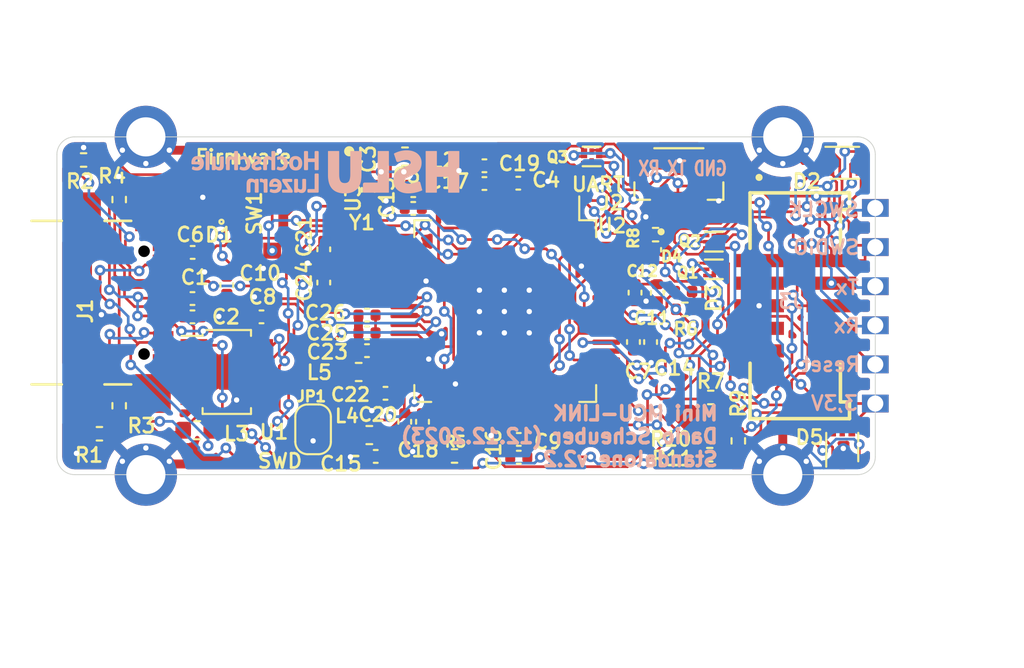
<source format=kicad_pcb>
(kicad_pcb (version 20221018) (generator pcbnew)
  (title_block (date "2023-11-16") (rev "V2.1"))
  (layers (0 "F.Cu" signal) (31 "B.Cu" signal) (34 "B.Paste" user) (35 "F.Paste" user) (36 "B.SilkS" user "B.Silkscreen") (37 "F.SilkS" user "F.Silkscreen") (38 "B.Mask" user) (39 "F.Mask" user) (44 "Edge.Cuts" user))
  (net 0 "")
  (net 1 "+5V")
  (net 2 "GND")
  (net 3 "/MCU-LINK Power and USB/MCU_VDDIO")
  (net 4 "/MCU-LINK Power and USB/USB_VBUS")
  (net 5 "+3V3")
  (net 6 "Net-(U2A-VBAT_DCDC)")
  (net 7 "/MCU-LINK Power and USB/Q-")
  (net 8 "Net-(U2A-FB)")
  (net 9 "/MCU-LINK Power and USB/Q+")
  (net 10 "/MCU-LINK Power and USB/USB_D+")
  (net 11 "/MCU-LINK Power and USB/USB_D-")
  (net 12 "/Debug and UART Interface/SWDIO")
  (net 13 "/Debug and UART Interface/SWCLK")
  (net 14 "Net-(D3-A)")
  (net 15 "PROBE_SWDCLK")
  (net 16 "PROBE_SWDIO")
  (net 17 "/Debug and UART Interface/PIO0_5-ISP_EN-LED1_CTRL")
  (net 18 "Net-(U2A-LX)")
  (net 19 "Net-(D4-A)")
  (net 20 "Net-(U2B-USB1_VBUS)")
  (net 21 "/Debug and UART Interface/TARGET_SWDIO")
  (net 22 "/Debug and UART Interface/TARGET_SWO")
  (net 23 "/Debug and UART Interface/TARGET_RXD")
  (net 24 "/Debug and UART Interface/TARGET_TXD")
  (net 25 "/Debug and UART Interface/TARGET_SWCLK")
  (net 26 "/Debug and UART Interface/TARGET_DETECT")
  (net 27 "/Debug and UART Interface/TARGET_RESET")
  (net 28 "/Debug and UART Interface/TARGET_ISP_CTRL")
  (net 57 "Net-(J1-CC1)")
  (net 58 "Net-(J1-CC2)")
  (net 59 "Net-(D5A-K1)")
  (net 60 "/Debug and UART Interface/VCC")
  (net 62 "/Debug and UART Interface/RESET")
  (net 63 "Net-(D5B-K2)")
  (net 66 "/Debug and UART Interface/TXD")
  (net 67 "/Debug and UART Interface/RXD")
  (net 68 "unconnected-(Q1B-D-Pad3)")
  (net 71 "Net-(D2C-K3)")
  (net 72 "/Debug and UART Interface/TARGET_SWDCLK")
  (net 73 "Net-(JP1-A)")
  (footprint "Jumper:SolderJumper-2_P1.3mm_Open_RoundedPad1.0x1.5mm" (layer "F.Cu") (at 149.4 77.45 -90)
    (fp_text reference "JP1")
    (fp_text value "SWD disable")
  )
  (footprint "Capacitor_SMD:C_0402_1005Metric" (layer "F.Cu") (at 153.47 75.425)
    (fp_text reference "C22")
    (fp_text value "22u")
  )
  (footprint "Capacitor_SMD:C_0402_1005Metric" (layer "F.Cu") (at 150 67.325 90)
    (fp_text reference "C21")
    (fp_text value "8p")
  )
  (footprint "mculink:JST_BM03B-SRSS-TB_LF__SN_" (layer "F.Cu") (at 169.959596 62.338967)
    (fp_text reference "J2")
    (fp_text value "BM03B-SRSS-TB")
  )
  (footprint "mculink:LQFP-64-1EP_10x10mm_P0.5mm_EP5x5mm" (layer "F.Cu") (at 160.2 70.8 -90)
    (fp_text reference "U2")
    (fp_text value "LPC55S69JBD64")
  )
  (footprint "Inductor_SMD:L_0603_1608Metric" (layer "F.Cu") (at 151.9625 74.225 180)
    (fp_text reference "L5")
    (fp_text value "4u7")
  )
  (footprint "Capacitor_SMD:C_0402_1005Metric" (layer "F.Cu") (at 146.5 71.125)
    (fp_text reference "C8")
    (fp_text value "100n")
  )
  (footprint "Package_TO_SOT_SMD:SOT-666" (layer "F.Cu") (at 179.141859 78.45 90)
    (fp_text reference "D5")
    (fp_text value "PESD5V0L5UV")
  )
  (footprint "mculink:SOT1216" (layer "F.Cu") (at 171.925 66.9)
    (fp_text reference "Q2")
    (fp_text value "PMDXB290UNE")
  )
  (footprint "Capacitor_SMD:C_0402_1005Metric" (layer "F.Cu") (at 144.55 69.345 90)
    (fp_text reference "C10")
    (fp_text value "10u")
  )
  (footprint "Resistor_SMD:R_0402_1005Metric" (layer "F.Cu") (at 171.750781 75.658112 180)
    (fp_text reference "R7")
    (fp_text value "100")
  )
  (footprint "Capacitor_SMD:C_0402_1005Metric" (layer "F.Cu") (at 152.43 73.025 180)
    (fp_text reference "C23")
    (fp_text value "47p")
  )
  (footprint "Capacitor_SMD:C_0402_1005Metric" (layer "F.Cu") (at 152.92 78.97375 180)
    (fp_text reference "C15")
    (fp_text value "22u")
  )
  (footprint "mculink:SW_C_K_KMR2" (layer "F.Cu") (at 146.3 65.35 -90)
    (fp_text reference "SW1")
    (fp_text value "KMR221GLFS")
  )
  (footprint "mculink:SOT143B" (layer "F.Cu") (at 143.25 64.275 90)
    (fp_text reference "D1")
    (fp_text value "PRTR5V0U2X")
  )
  (footprint "mculink:castellated pin" (layer "F.Cu") (at 180.425 76)
    (fp_text reference "H9" hide)
    (fp_text value "3.3V")
  )
  (footprint "Capacitor_SMD:C_0402_1005Metric" (layer "F.Cu") (at 167.406906 72.538347 -90)
    (fp_text reference "C7")
    (fp_text value "100n")
  )
  (footprint "mculink:SOT1216" (layer "F.Cu") (at 165.055 62.1)
    (fp_text reference "Q3")
    (fp_text value "PMDXB290UNE")
  )
  (footprint "Resistor_SMD:R_0402_1005Metric" (layer "F.Cu") (at 137.39 77.7)
    (fp_text reference "R1")
    (fp_text value "5k1")
  )
  (footprint "mculink:SOT-89-5" (layer "F.Cu") (at 144.55 74.225)
    (fp_text reference "U1")
    (fp_text value "XC6227C331PR-G")
  )
  (footprint "LED_SMD:LED_0402_1005Metric" (layer "F.Cu") (at 170.215 69.7)
    (fp_text reference "D3")
    (fp_text value "LED_RED")
  )
  (footprint "Capacitor_SMD:C_0402_1005Metric" (layer "F.Cu") (at 152.43 72.025 180)
    (fp_text reference "C25")
    (fp_text value "100n")
  )
  (footprint "Capacitor_SMD:C_0402_1005Metric" (layer "F.Cu") (at 155.03 65.025 180)
    (fp_text reference "C13")
    (fp_text value "10n")
  )
  (footprint "Capacitor_SMD:C_0402_1005Metric" (layer "F.Cu") (at 160.961445 78.017113 180)
    (fp_text reference "C9")
    (fp_text value "100n")
  )
  (footprint "Capacitor_SMD:C_0402_1005Metric" (layer "F.Cu") (at 142.63 67.5)
    (fp_text reference "C6")
    (fp_text value "10n")
  )
  (footprint "Capacitor_SMD:C_0402_1005Metric" (layer "F.Cu") (at 142.62 70.095)
    (fp_text reference "C1")
    (fp_text value "10u")
  )
  (footprint "Inductor_SMD:L_0603_1608Metric" (layer "F.Cu") (at 142.8875 77.5 180)
    (fp_text reference "L3")
    (fp_text value "MI0603J601R-10")
  )
  (footprint "Resistor_SMD:R_0402_1005Metric" (layer "F.Cu") (at 168.65 66.5 180)
    (fp_text reference "R8")
    (fp_text value "100k")
  )
  (footprint "Capacitor_SMD:C_0402_1005Metric" (layer "F.Cu") (at 168.369202 72.541017 -90)
    (fp_text reference "C14")
    (fp_text value "10n")
  )
  (footprint "Resistor_SMD:R_0402_1005Metric" (layer "F.Cu") (at 170.3 70.7)
    (fp_text reference "R6")
    (fp_text value "2k")
  )
  (footprint "Capacitor_SMD:C_0402_1005Metric" (layer "F.Cu") (at 159.03 62.625 180)
    (fp_text reference "C19")
    (fp_text value "47p")
  )
  (footprint "Capacitor_SMD:C_0402_1005Metric" (layer "F.Cu") (at 167.496779 69.761871 -90)
    (fp_text reference "C12")
    (fp_text value "10n")
  )
  (footprint "Resistor_SMD:R_0402_1005Metric" (layer "F.Cu") (at 138.5 64.525 -90)
    (fp_text reference "R4")
    (fp_text value "20k")
  )
  (footprint "mculink:castellated pin" (layer "F.Cu") (at 180.8 67.2)
    (fp_text reference "H8" hide)
    (fp_text value "SWDIO")
  )
  (footprint "mculink:MountingHole_2.2mm_M2_ISO7380_Pad_TopBottom_with_holes" (layer "F.Cu") (at 140 80 180)
    (fp_text reference "H2" hide)
    (fp_text value "MountingHole_Pad")
  )
  (footprint "mculink:SOT95P280X145-5N" (layer "F.Cu") (at 149.7 63.3 -90)
    (fp_text reference "U3")
    (fp_text value "STMPS2141STR")
  )
  (footprint "Capacitor_SMD:C_0402_1005Metric" (layer "F.Cu") (at 160.961445 79.017113 180)
    (fp_text reference "C16")
    (fp_text value "10n")
  )
  (footprint "Inductor_SMD:L_0603_1608Metric" (layer "F.Cu") (at 152.56 77.77375)
    (fp_text reference "L4")
    (fp_text value "MI0603J601R-10")
  )
  (footprint "mculink:MountingHole_2.2mm_M2_ISO7380_Pad_TopBottom_with_holes" (layer "F.Cu") (at 175.8 61)
    (fp_text reference "H3" hide)
    (fp_text value "MountingHole_Pad")
  )
  (footprint "Capacitor_SMD:C_0402_1005Metric" (layer "F.Cu") (at 152.43 71.025 180)
    (fp_text reference "C26")
    (fp_text value "22u")
  )
  (footprint "Capacitor_SMD:C_0402_1005Metric" (layer "F.Cu") (at 154.55 77.025 -90)
    (fp_text reference "C20")
    (fp_text value "47p")
  )
  (footprint "Diode_SMD:Nexperia_DSN0603-2_0.6x0.3mm_P0.4mm" (layer "F.Cu") (at 168.4 67.35 180)
    (fp_text reference "D4")
    (fp_text value "PMEG3005AESFYL\n")
  )
  (footprint "Capacitor_SMD:C_0402_1005Metric" (layer "F.Cu") (at 155.03 64.025 180)
    (fp_text reference "C5")
    (fp_text value "100n")
  )
  (footprint "mculink:USB_C_Receptacle_GCT_USB4110-GF-A" (layer "F.Cu") (at 137.275 70.325 -90)
    (fp_text reference "J1")
    (fp_text value "USB4110-GF-A_REVB")
  )
  (footprint "mculink:castellated pin" (layer "F.Cu") (at 180.8 65.1)
    (fp_text reference "H6" hide)
    (fp_text value "SWCLK")
  )
  (footprint "Capacitor_SMD:C_0402_1005Metric" (layer "F.Cu") (at 142.62 71.125)
    (fp_text reference "C2")
    (fp_text value "100n")
  )
  (footprint "Resistor_SMD:R_0402_1005Metric" (layer "F.Cu") (at 157.35 78.95 180)
    (fp_text reference "R5")
    (fp_text value "10k")
  )
  (footprint "mculink:castellated pin" (layer "F.Cu") (at 180.6 69.4)
    (fp_text reference "H7" hide)
    (fp_text value "TXD")
  )
  (footprint "mculink:CX3225GA16000D0PTVCC" (layer "F.Cu") (at 151.95 68.325 -90)
    (fp_text reference "Y1")
    (fp_text value "16.000MHz")
  )
  (footprint "Capacitor_SMD:C_0402_1005Metric" (layer "F.Cu") (at 152.5 63.98 -90)
    (fp_text reference "C3")
    (fp_text value "4u7")
  )
  (footprint "mculink:MountingHole_2.2mm_M2_ISO7380_Pad_TopBottom_with_holes" (layer "F.Cu") (at 140 61)
    (fp_text reference "H1" hide)
    (fp_text value "MountingHole_Pad")
  )
  (footprint "Resistor_SMD:R_0402_1005Metric" (layer "F.Cu") (at 136.5 62.3 180)
    (fp_text reference "R2")
    (fp_text value "5k1")
  )
  (footprint "Capacitor_SMD:C_0402_1005Metric" (layer "F.Cu") (at 155.55 77.025 -90)
    (fp_text reference "C18")
    (fp_text value "100n")
  )
  (footprint "Capacitor_SMD:C_0402_1005Metric" (layer "F.Cu") (at 150 69.195 -90)
    (fp_text reference "C24")
    (fp_text value "8p")
  )
  (footprint "Resistor_SMD:R_0402_1005Metric" (layer "F.Cu") (at 173.3 78.1 90)
    (fp_text reference "R9")
    (fp_text value "100k")
  )
  (footprint "Resistor_SMD:R_0402_1005Metric" (layer "F.Cu") (at 138.5 76.125 -90)
    (fp_text reference "R3")
    (fp_text value "10k")
  )
  (footprint "Capacitor_SMD:C_0402_1005Metric" (layer "F.Cu") (at 160.93255 63.606159)
    (fp_text reference "C4")
    (fp_text value "100n")
  )
  (footprint "Resistor_SMD:R_0402_1005Metric" (layer "F.Cu") (at 171.694307 78.877927)
    (fp_text reference "R11")
    (fp_text value "10")
  )
  (footprint "mculink:castellated pin" (layer "F.Cu") (at 180.5 73.8)
    (fp_text reference "H10" hide)
    (fp_text value "Reset")
  )
  (footprint "Capacitor_SMD:C_0402_1005Metric" (layer "F.Cu") (at 168.75 69.77 -90)
    (fp_text reference "C11")
    (fp_text value "100n")
  )
  (footprint "mculink:SWD_Pin_Header_Straight_2x05_Pitch1.27mm_SMD" (layer "F.Cu") (at 176.5 70.5 -90)
    (fp_text reference "J3")
    (fp_text value "Conn_02x05_Odd_Even")
  )
  (footprint "Package_TO_SOT_SMD:SOT-666" (layer "F.Cu") (at 179.295 62.46)
    (fp_text reference "D2")
    (fp_text value "PESD5V0L5UV")
  )
  (footprint "mculink:SOT1216" (layer "F.Cu") (at 171.925 68.45)
    (fp_text reference "Q1")
    (fp_text value "PMDXB290UNE")
  )
  (footprint "Inductor_SMD:L_0603_1608Metric" (layer "F.Cu") (at 154.565727 62.106259 180)
    (fp_text reference "L2")
    (fp_text value "MI0603J601R-10")
  )
  (footprint "Resistor_SMD:R_0402_1005Metric" (layer "F.Cu") (at 171.701796 77.799439)
    (fp_text reference "R10")
    (fp_text value "2k")
  )
  (footprint "Capacitor_SMD:C_0402_1005Metric" (layer "F.Cu") (at 159.03 63.625 180)
    (fp_text reference "C17")
    (fp_text value "100n")
  )
  (footprint "mculink:MountingHole_2.2mm_M2_ISO7380_Pad_TopBottom_with_holes" (layer "F.Cu") (at 175.8 80 180)
    (fp_text reference "H4" hide)
    (fp_text value "MountingHole_Pad")
  )
  (footprint "mculink:castellated pin" (layer "F.Cu") (at 180.6 71.6)
    (fp_text reference "H5" hide)
    (fp_text value "RXD")
  )
  (footprint "mculink:Hochschule_Luzern_New" (layer "B.Cu") (at 153.5 61.8 180)
    (fp_text reference "L1" hide)
    (fp_text value "Logo HSLU" hide)
  )
  (gr_line (start 135 79) (end 135 62) (stroke (width 0.05)) (layer "Edge.Cuts"))
  (gr_arc (start 180 61) (mid 180.707106 61.292893) (end 181 62) (stroke (width 0.05)) (layer "Edge.Cuts"))
  (gr_line (start 181 62) (end 181 79) (stroke (width 0.05)) (layer "Edge.Cuts"))
  (gr_line (start 136 61) (end 180 61) (stroke (width 0.05)) (layer "Edge.Cuts"))
  (gr_arc (start 181 79) (mid 180.707107 79.707106) (end 180 80) (stroke (width 0.05)) (layer "Edge.Cuts"))
  (gr_line (start 180 80) (end 136 80) (stroke (width 0.05)) (layer "Edge.Cuts"))
  (gr_arc (start 135 62) (mid 135.292893 61.292894) (end 136 61) (stroke (width 0.05)) (layer "Edge.Cuts"))
  (gr_arc (start 136 80) (mid 135.292894 79.707107) (end 135 79) (stroke (width 0.05)) (layer "Edge.Cuts"))
  (gr_text "Reset" (at 180.24 74.27) (layer "B.SilkS") (effects (font (size 0.8 0.8)) (justify left bottom mirror)))
  (gr_text "3,3V" (at 180.09 76.45) (layer "B.SilkS") (effects (font (size 0.8 0.8)) (justify left bottom mirror)))
  (gr_text "Rx" (at 180.22 72.1) (layer "B.SilkS") (effects (font (size 0.8 0.8)) (justify left bottom mirror)))
  (gr_text "Tx" (at 180.15 69.94) (layer "B.SilkS") (effects (font (size 0.8 0.8)) (justify left bottom mirror)))
  (gr_text "SWDIO" (at 180.18 67.68) (layer "B.SilkS") (effects (font (size 0.8 0.8)) (justify left bottom mirror)))
  (gr_text "Mini MCU-LINK\nDario Scheuber (12.12.2023)\nStandalone v2.2" (at 172.25 79.6) (layer "B.SilkS") (effects (font (size 0.8 0.8) (thickness 0.2) bold) (justify left bottom mirror)))
  (gr_text "SWCLK" (at 180.14 65.55) (layer "B.SilkS") (effects (font (size 0.8 0.8)) (justify left bottom mirror)))
  (gr_text "GND TX RX" (at 172.74 63.25) (layer "B.SilkS") (effects (font (size 0.8 0.6) (thickness 0.15) bold) (justify left bottom mirror)))
  (gr_text "Firmware" (at 142.7 62.6) (layer "F.SilkS") (effects (font (size 0.8 0.8) (thickness 0.15) bold) (justify left bottom)))
  (gr_text "SWD" (at 146.2 79.7) (layer "F.SilkS") (effects (font (size 0.8 0.8)) (justify left bottom)))
  (gr_text "UART" (at 163.85 64.14) (layer "F.SilkS") (effects (font (size 0.8 0.8)) (justify left bottom)))
  (segment (start 171.5 68.45) (end 171.125 68.45) (width 0.15) (layer "F.Cu") (net 1))
  (segment (start 165.923332 62.1) (end 165.48 62.1) (width 0.15) (layer "F.Cu") (net 1))
  (segment (start 145.375 76.75) (end 146.4 75.725) (width 0.15) (layer "F.Cu") (net 1))
  (segment (start 171.605 72.334117) (end 170.574405 73.364712) (width 0.15) (layer "F.Cu") (net 1))
  (segment (start 138.8005 77.4005) (end 140.441789 77.4005) (width 0.15) (layer "F.Cu") (net 1))
  (segment (start 171.125 68.45) (end 170.795 68.78) (width 0.15) (layer "F.Cu") (net 1))
  (segment (start 144.3 76.75) (end 145.375 76.75) (width 0.15) (layer "F.Cu") (net 1))
  (segment (start 164.051186 62.047449) (end 164.103737 62.1) (width 0.15) (layer "F.Cu") (net 1))
  (segment (start 138.5 76.635) (end 138.5 77.1) (width 0.15) (layer "F.Cu") (net 1))
  (segment (start 142.7 72.725) (end 142.7 71.685) (width 0.15) (layer "F.Cu") (net 1))
  (segment (start 170.322413 68.78) (end 169.901608 68.359195) (width 0.15) (layer "F.Cu") (net 1))
  (segment (start 172.61 66.9) (end 172.35 66.9) (width 0.15) (layer "F.Cu") (net 1))
  (segment (start 146.73 78.47) (end 147.885 79.625) (width 0.15) (layer "F.Cu") (net 1))
  (segment (start 144.3 76.75) (end 144.3 75.6745) (width 0.15) (layer "F.Cu") (net 1))
  (segment (start 166.803811 65.621399) (end 166.803811 65.120143) (width 0.15) (layer "F.Cu") (net 1))
  (segment (start 173.5 66.5) (end 173.01 66.5) (width 0.15) (layer "F.Cu") (net 1))
  (segment (start 140.666289 77.625) (end 141.95 77.625) (width 0.15) (layer "F.Cu") (net 1))
  (segment (start 164.103737 62.1) (end 164.63 62.1) (width 0.15) (layer "F.Cu") (net 1))
  (segment (start 170.574405 73.364712) (end 170.574405 73.833839) (width 0.15) (layer "F.Cu") (net 1))
  (segment (start 169.029122 78.34175) (end 169.029122 78.170878) (width 0.15) (layer "F.Cu") (net 1))
  (segment (start 162.170945 79.027613) (end 162.198558 79) (width 0.15) (layer "F.Cu") (net 1))
  (segment (start 142.825 76.75) (end 144.3 76.75) (width 0.15) (layer "F.Cu") (net 1))
  (segment (start 158.657602 79.625) (end 157.6 79.625) (width 0.15) (layer "F.Cu") (net 1))
  (segment (start 171.056584 66.9) (end 171.5 66.9) (width 0.15) (layer "F.Cu") (net 1))
  (segment (start 171.8245 69.719853) (end 171.6 69.944353) (width 0.15) (layer "F.Cu") (net 1))
  (segment (start 167.345 67.145) (end 167.345 66.162588) (width 0.15) (layer "F.Cu") (net 1))
  (segment (start 171.6 70.236619) (end 171.605 70.241619) (width 0.15) (layer "F.Cu") (net 1))
  (segment (start 167.345 66.162588) (end 166.803811 65.621399) (width 0.15) (layer "F.Cu") (net 1))
  (segment (start 145.375 76.75) (end 145.375 77.115) (width 0.15) (layer "F.Cu") (net 1))
  (segment (start 169.510303 68.0695) (end 168.2695 68.0695) (width 0.15) (layer "F.Cu") (net 1))
  (segment (start 170.795 68.78) (end 170.322413 68.78) (width 0.15) (layer "F.Cu") (net 1))
  (segment (start 171.6 69.944353) (end 171.6 70.236619) (width 0.15) (layer "F.Cu") (net 1))
  (segment (start 147.885 79.625) (end 157.85 79.625) (width 0.15) (layer "F.Cu") (net 1))
  (segment (start 169.901608 68.359195) (end 169.850803 68.41) (width 0.15) (layer "F.Cu") (net 1))
  (segment (start 140.441789 77.4005) (end 140.666289 77.625) (width 0.15) (layer "F.Cu") (net 1))
  (segment (start 157.86 79.615) (end 157.85 79.625) (width 0.15) (layer "F.Cu") (net 1))
  (segment (start 142.7 71.685) (end 142.14 71.125) (width 0.15) (layer "F.Cu") (net 1))
  (segment (start 171.605 70.241619) (end 171.605 72.334117) (width 0.15) (layer "F.Cu") (net 1))
  (segment (start 162.198558 79) (end 165 79) (width 0.15) (layer "F.Cu") (net 1))
  (segment (start 144.3 72.725) (end 142.7 72.725) (width 0.15) (layer "F.Cu") (net 1))
  (segment (start 142.14 71.125) (end 142.14 70.095) (width 0.15) (layer "F.Cu") (net 1))
  (segment (start 169.850803 68.41) (end 169.510303 68.0695) (width 0.15) (layer "F.Cu") (net 1))
  (segment (start 145.375 77.115) (end 145.959122 77.699122) (width 0.15) (layer "F.Cu") (net 1))
  (segment (start 167.985436 79.385436) (end 169.029122 78.34175) (width 0.15) (layer "F.Cu") (net 1))
  (segment (start 158.928499 79.354103) (end 158.657602 79.625) (width 0.15) (layer "F.Cu") (net 1))
  (segment (start 141.95 77.625) (end 142.825 76.75) (width 0.15) (layer "F.Cu") (net 1))
  (segment (start 170.881584 67.075) (end 171.056584 66.9) (width 0.15) (layer "F.Cu") (net 1))
  (segment (start 166.098173 61.925159) (end 165.923332 62.1) (width 0.15) (layer "F.Cu") (net 1))
  (segment (start 166.803811 65.120143) (end 167.4245 64.499454) (width 0.15) (layer "F.Cu") (net 1))
  (segment (start 173.01 66.5) (end 172.61 66.9) (width 0.15) (layer "F.Cu") (net 1))
  (segment (start 168.2695 68.0695) (end 167.345 67.145) (width 0.15) (layer "F.Cu") (net 1))
  (segment (start 157.86 78.95) (end 157.86 79.615) (width 0.15) (layer "F.Cu") (net 1))
  (segment (start 138.5 77.1) (end 138.8005 77.4005) (width 0.15) (layer "F.Cu") (net 1))
  (via (at 170.574405 73.833839) (size 0.6) (drill 0.3) (layers "F.Cu" "B.Cu") (net 1))
  (via (at 146.73 78.47) (size 0.6) (drill 0.3) (layers "F.Cu" "B.Cu") (net 1))
  (via (at 144.3 75.6745) (size 0.6) (drill 0.3) (layers "F.Cu" "B.Cu") (net 1))
  (via (at 173.5 66.5) (size 0.6) (drill 0.3) (layers "F.Cu" "B.Cu") (net 1))
  (via (at 171.8245 69.719853) (size 0.6) (drill 0.3) (layers "F.Cu" "B.Cu") (net 1))
  (via (at 169.029122 78.170878) (size 0.6) (drill 0.3) (layers "F.Cu" "B.Cu") (net 1))
  (via (at 167.985436 79.385436) (size 0.6) (drill 0.3) (layers "F.Cu" "B.Cu") (net 1))
  (via (at 170.881584 67.075) (size 0.6) (drill 0.3) (layers "F.Cu" "B.Cu") (net 1))
  (via (at 164.051186 62.047449) (size 0.6) (drill 0.3) (layers "F.Cu" "B.Cu") (net 1))
  (via (at 145.959122 77.699122) (size 0.6) (drill 0.3) (layers "F.Cu" "B.Cu") (net 1))
  (via (at 158.928499 79.354103) (size 0.6) (drill 0.3) (layers "F.Cu" "B.Cu") (net 1))
  (via (at 144.3 72.725) (size 0.6) (drill 0.3) (layers "F.Cu" "B.Cu") (net 1))
  (via (at 165 79) (size 0.6) (drill 0.3) (layers "F.Cu" "B.Cu") (net 1))
  (via (at 167.4245 64.499454) (size 0.6) (drill 0.3) (layers "F.Cu" "B.Cu") (net 1))
  (via (at 162.170945 79.027613) (size 0.6) (drill 0.3) (layers "F.Cu" "B.Cu") (net 1))
  (via (at 166.098173 61.925159) (size 0.6) (drill 0.3) (layers "F.Cu" "B.Cu") (net 1))
  (via (at 169.901608 68.359195) (size 0.6) (drill 0.3) (layers "F.Cu" "B.Cu") (net 1))
  (segment (start 173.18 66.18) (end 171.776584 66.18) (width 0.15) (layer "B.Cu") (net 1))
  (segment (start 169.901608 68.359195) (end 169.901608 69.051608) (width 0.15) (layer "B.Cu") (net 1))
  (segment (start 170.625 73.884434) (end 170.574405 73.833839) (width 0.15) (layer "B.Cu") (net 1))
  (segment (start 165 79) (end 165.385436 79.385436) (width 0.15) (layer "B.Cu") (net 1))
  (segment (start 170.569853 69.719853) (end 171.8245 69.719853) (width 0.15) (layer "B.Cu") (net 1))
  (segment (start 166.835096 63.935096) (end 166.835096 62.426613) (width 0.15) (layer "B.Cu") (net 1))
  (segment (start 169.901608 69.051608) (end 170.569853 69.719853) (width 0.15) (layer "B.Cu") (net 1))
  (segment (start 164.173476 61.925159) (end 164.051186 62.047449) (width 0.15) (layer "B.Cu") (net 1))
  (segment (start 169.029122 78.170878) (end 170.625 76.575) (width 0.15) (layer "B.Cu") (net 1))
  (segment (start 166.333642 61.925159) (end 166.098173 61.925159) (width 0.15) (layer "B.Cu") (net 1))
  (segment (start 170.625 76.575) (end 170.625 73.884434) (width 0.15) (layer "B.Cu") (net 1))
  (segment (start 171.776584 66.18) (end 170.881584 67.075) (width 0.15) (layer "B.Cu") (net 1))
  (segment (start 173.5 66.5) (end 173.18 66.18) (width 0.15) (layer "B.Cu") (net 1))
  (segment (start 169.901608 68.359195) (end 169.901608 67.778392) (width 0.15) (layer "B.Cu") (net 1))
  (segment (start 167.4245 64.499454) (end 167.399454 64.499454) (width 0.15) (layer "B.Cu") (net 1))
  (segment (start 165.385436 79.385436) (end 167.985436 79.385436) (width 0.15) (layer "B.Cu") (net 1))
  (segment (start 166.098173 61.925159) (end 164.173476 61.925159) (width 0.15) (layer "B.Cu") (net 1))
  (segment (start 170.605 67.075) (end 170.881584 67.075) (width 0.15) (layer "B.Cu") (net 1))
  (segment (start 145.959122 77.699122) (end 146.73 78.47) (width 0.15) (layer "B.Cu") (net 1))
  (segment (start 166.835096 62.426613) (end 166.333642 61.925159) (width 0.15) (layer "B.Cu") (net 1))
  (segment (start 144.3 75.6745) (end 144.3 72.725) (width 0.15) (layer "B.Cu") (net 1))
  (segment (start 161.844455 79.354103) (end 162.170945 79.027613) (width 0.15) (layer "B.Cu") (net 1))
  (segment (start 169.901608 67.778392) (end 170.605 67.075) (width 0.15) (layer "B.Cu") (net 1))
  (segment (start 158.928499 79.354103) (end 161.844455 79.354103) (width 0.15) (layer "B.Cu") (net 1))
  (segment (start 167.399454 64.499454) (end 166.835096 63.935096) (width 0.15) (layer "B.Cu") (net 1))
  (segment (start 158.45 75.775736) (end 158.45 76.475) (width 0.15) (layer "F.Cu") (net 2))
  (segment (start 140.97 74.13) (end 140.4 74.7) (width 0.6) (layer "F.Cu") (net 2))
  (segment (start 138.5 63.25) (end 138.4745 63.2245) (width 0.15) (layer "F.Cu") (net 2))
  (segment (start 157.574264 74.9) (end 158.45 75.775736) (width 0.15) (layer "F.Cu") (net 2))
  (segment (start 143.55 61.75) (end 143.6 61.8) (width 0.15) (layer "F.Cu") (net 2))
  (segment (start 179.2 78.5245) (end 179.2 79.289973) (width 0.15) (layer "F.Cu") (net 2))
  (segment (start 146.1 70) (end 146.451472 70) (width 0.15) (layer "F.Cu") (net 2))
  (segment (start 142.3 79.4) (end 141.47 79.4) (width 0.5) (layer "F.Cu") (net 2))
  (segment (start 140.97 73.525) (end 140.97 74.13) (width 0.6) (layer "F.Cu") (net 2))
  (segment (start 143.2 64.4) (end 141.215 64.4) (width 0.6) (layer "F.Cu") (net 2))
  (segment (start 155.383273 71.55) (end 155.909252 72.075979) (width 0.15) (layer "F.Cu") (net 2))
  (segment (start 150 66.845) (end 149.1 67.745) (width 0.15) (layer "F.Cu") (net 2))
  (segment (start 140.4 66) (end 140.4 65.215) (width 0.6) (layer "F.Cu") (net 2))
  (segment (start 141.32 61.75) (end 143.55 61.75) (width 0.5) (layer "F.Cu") (net 2))
  (segment (start 175.8 78.5) (end 175.8 77.3) (width 0.5) (layer "F.Cu") (net 2))
  (segment (start 168.410869 73.018407) (end 168.410869 73.689131) (width 0.15) (layer "F.Cu") (net 2))
  (segment (start 138.5 64.015) (end 138.5 63.25) (width 0.15) (layer "F.Cu") (net 2))
  (segment (start 140.4 74.7) (end 140.4 75.435) (width 0.6) (layer "F.Cu") (net 2))
  (segment (start 176.925 62.5) (end 175.8 61.375) (width 0.15) (layer "F.Cu") (net 2))
  (segment (start 145.6 67.4) (end 145.5 67.4) (width 0.15) (layer "F.Cu") (net 2))
  (segment (start 147.725 65.35) (end 148 65.35) (width 0.15) (layer "F.Cu") (net 2))
  (segment (start 146.6 68.4) (end 145.6 67.4) (width 0.15) (layer "F.Cu") (net 2))
  (segment (start 158.95 65.125) (end 158.95 64.025) (width 0.15) (layer "F.Cu") (net 2))
  (segment (start 141.215 64.4) (end 140.4 65.215) (width 0.15) (layer "F.Cu") (net 2))
  (segment (start 146.451472 70) (end 146.98 70.528528) (width 0.15) (layer "F.Cu") (net 2))
  (segment (start 141 66.6) (end 140.4 66) (width 0.6) (layer "F.Cu") (net 2))
  (segment (start 158.95 64.025) (end 158.55 63.625) (width 0.15) (layer "F.Cu") (net 2))
  (segment (start 140.9575 67.125) (end 141 67.0825) (width 0.6) (layer "F.Cu") (net 2))
  (segment (start 141.47 79.4) (end 141.32 79.25) (width 0.5) (layer "F.Cu") (net 2))
  (segment (start 168.410869 73.689131) (end 168.4 73.7) (width 0.15) (layer "F.Cu") (net 2))
  (segment (start 142.3 79.4) (end 142.5 79.4) (width 0.15) (layer "F.Cu") (net 2))
  (segment (start 136.5 61.6) (end 137.01 62.11) (width 0.15) (layer "F.Cu") (net 2))
  (segment (start 150 69.675) (end 149.1 68.775) (width 0.15) (layer "F.Cu") (net 2))
  (segment (start 152.7 76.4) (end 152.975 76.4) (width 0.15) (layer "F.Cu") (net 2))
  (segment (start 176.175 61.375) (end 175.8 61.375) (width 0.15) (layer "F.Cu") (net 2))
  (segment (start 176.39 61.59) (end 176.175 61.375) (width 0.15) (layer "F.Cu") (net 2))
  (segment (start 172.259596 62.338967) (end 167.659596 62.338967) (width 1) (layer "F.Cu") (net 2))
  (segment (start 136.47 65.215) (end 136.47 75.435) (width 1) (layer "F.Cu") (net 2))
  (segment (start 157.4 74.9) (end 157.574264 74.9) (width 0.15) (layer "F.Cu") (net 2))
  (segment (start 154.525 69.55) (end 155.309489 69.55) (width 0.15) (layer "F.Cu") (net 2))
  (segment (start 152.975 76.4) (end 153.95 75.425) (width 0.15) (layer "F.Cu") (net 2))
  (segment (start 146.98 70.528528) (end 146.98 71.125) (width 0.15) (layer "F.Cu") (net 2))
  (segment (start 152.41375 79) (end 152.44 78.97375) (width 0.15) (layer "F.Cu") (net 2))
  (segment (start 137.01 62.11) (end 137.01 62.3) (width 0.15) (layer "F.Cu") (net 2))
  (segment (start 165.1 67.05) (end 165.875 67.05) (width 0.15) (layer "F.Cu") (net 2))
  (segment (start 148 65.35) (end 148.75 64.6) (width 0.15) (layer "F.Cu") (net 2))
  (segment (start 178.225 62.5) (end 176.925 62.5) (width 0.15) (layer "F.Cu") (net 2))
  (segment (start 164.48 67.67) (end 165.1 67.05) (width 0.15) (layer "F.Cu") (net 2))
  (segment (start 144.55 68.865) (end 144.285 68.6) (width 0.15) (layer "F.Cu") (net 2))
  (segment (start 154.525 71.55) (end 155.383273 71.55) (width 0.15) (layer "F.Cu") (net 2))
  (segment (start 155.909252 72.075979) (end 156.623739 72.075979) (width 0.15) (layer "F.Cu") (net 2))
  (segment (start 144.285 68.6) (end 143.3 68.6) (width 0.15) (layer "F.Cu") (net 2))
  (segment (start 164.48 68.27) (end 164.48 67.67) (width 0.15) (layer "F.Cu") (net 2))
  (segment (start 141 67.0825) (end 141 66.6) (width 0.6) (layer "F.Cu") (net 2))
  (segment (start 149.1 67.745) (end 149.1 68.1) (width 0.15) (layer "F.Cu") (net 2))
  (segment (start 155.309489 69.55) (end 155.7495 69.109989) (width 0.15) (layer "F.Cu") (net 2))
  (segment (start 179.2 79.289973) (end 179.141859 79.348114) (width 0.15) (layer "F.Cu") (net 2))
  (segment (start 149.1 68.775) (end 149.1 68.1) (width 0.15) (layer "F.Cu") (net 2))
  (via (at 143.2 64.4) (size 0.6) (drill 0.3) (layers "F.Cu" "B.Cu") (net 2))
  (via (at 161.55 72.025) (size 0.6) (drill 0.3) (layers "F.Cu" "B.Cu") (net 2))
  (via (at 160.15 70.825) (size 0.6) (drill 0.3) (layers "F.Cu" "B.Cu") (net 2))
  (via (at 151.5 79) (size 0.6) (drill 0.3) (layers "F.Cu" "B.Cu") (net 2))
  (via (at 170 62.338967) (size 0.6) (drill 0.3) (layers "F.Cu" "B.Cu") (net 2))
  (via (at 179.2 78.5245) (size 0.6) (drill 0.3) (layers "F.Cu" "B.Cu") (net 2))
  (via (at 137.5 71) (size 0.6) (drill 0.3) (layers "F.Cu" "B.Cu") (net 2))
  (via (at 168.116566 70.239852) (size 0.6) (drill 0.3) (layers "F.Cu" "B.Cu") (net 2))
  (via (at 146.6 68.4) (size 0.6) (drill 0.3) (layers "F.Cu" "B.Cu") (net 2))
  (via (at 172.2 64.6) (size 0.6) (drill 0.3) (layers "F.Cu" "B.Cu") (net 2))
  (via (at 159.4 77.8) (size 0.6) (drill 0.3) (layers "F.Cu" "B.Cu") (net 2))
  (via (at 136.1 78.8) (size 0.6) (drill 0.3) (layers "F.Cu" "B.Cu") (net 2))
  (via (at 143.3 68.6) (size 0.6) (drill 0.3) (layers "F.Cu" "B.Cu") (net 2))
  (via (at 174.4675 70.5) (size 0.6) (drill 0.3) (layers "F.Cu" "B.Cu") (net 2))
  (via (at 155 78.7) (size 0.6) (drill 0.3) (layers "F.Cu" "B.Cu") (net 2))
  (via (at 158.75 69.625) (size 0.6) (drill 0.3) (layers "F.Cu" "B.Cu") (net 2))
  (via (at 157.6 62.9) (size 0.6) (drill 0.3) (layers "F.Cu" "B.Cu") (net 2))
  (via (at 164.48 68.27) (size 0.6) (drill 0.3) (layers "F.Cu" "B.Cu") (net 2))
  (via (at 149.1 68.1) (size 0.6) (drill 0.3) (layers "F.Cu" "B.Cu") (net 2))
  (via (at 146.1 70) (size 0.6) (drill 0.3) (layers "F.Cu" "B.Cu") (net 2))
  (via (at 157.4 74.9) (size 0.6) (drill 0.3) (layers "F.Cu" "B.Cu") (net 2))
  (via (at 158.75 72.025) (size 0.6) (drill 0.3) (layers "F.Cu" "B.Cu") (net 2))
  (via (at 156.623739 72.075979) (size 0.6) (drill 0.3) (layers "F.Cu" "B.Cu") (net 2))
  (via (at 155.9 73.5) (size 0.6) (drill 0.3) (layers "F.Cu" "B.Cu") (net 2))
  (via (at 138.4745 63.2245) (size 0.6) (drill 0.3) (layers "F.Cu" "B.Cu") (net 2))
  (via (at 168.4 73.7) (size 0.6) (drill 0.3) (layers "F.Cu" "B.Cu") (net 2))
  (via (at 145.1 75.8) (size 0.6) (drill 0.3) (layers "F.Cu" "B.Cu") (net 2))
  (via (at 144.1 71.1) (size 0.6) (drill 0.3) (layers "F.Cu" "B.Cu") (net 2))
  (via (at 161.55 70.825) (size 0.6) (drill 0.3) (layers "F.Cu" "B.Cu") (net 2))
  (via (at 160.15 72.025) (size 0.6) (drill 0.3) (layers "F.Cu" "B.Cu") (net 2))
  (via (at 168.1 65.5) (size 0.6) (drill 0.3) (layers "F.Cu" "B.Cu") (net 2))
  (via (at 155.7495 69.109989) (size 0.6) (drill 0.3) (layers "F.Cu" "B.Cu") (net 2))
  (via (at 152.7 76.4) (size 0.6) (drill 0.3) (layers "F.Cu" "B.Cu") (net 2))
  (via (at 158.75 70.825) (size 0.6) (drill 0.3) (layers "F.Cu" "B.Cu") (net 2))
  (via (at 160.15 69.625) (size 0.6) (drill 0.3) (layers "F.Cu" "B.Cu") (net 2))
  (via (at 136.5 61.6) (size 0.6) (drill 0.3) (layers "F.Cu" "B.Cu") (net 2))
  (via (at 147.5 61.8) (size 0.6) (drill 0.3) (layers "F.Cu" "B.Cu") (net 2))
  (via (at 162.6 63.5) (size 0.6) (drill 0.3) (layers "F.Cu" "B.Cu") (net 2))
  (via (at 153.5 64.6) (size 0.6) (drill 0.3) (layers "F.Cu" "B.Cu") (net 2))
  (via (at 161.55 69.625) (size 0.6) (drill 0.3) (layers "F.Cu" "B.Cu") (net 2))
  (via (at 149.4 78.1) (size 0.6) (drill 0.3) (layers "F.Cu" "B.Cu") (net 2))
  (segment (start 177.9 79.625) (end 175.8 79.625) (width 0.15) (layer "B.Cu") (net 2))
  (segment (start 168.4 73.7) (end 168.8 73.3) (width 0.15) (layer "B.Cu") (net 2))
  (segment (start 179.2 78.5245) (end 178.0995 79.625) (width 0.15) (layer "B.Cu") (net 2))
  (segment (start 178.0995 79.625) (end 178.0995 79.4495) (width 0.15) (layer "B.Cu") (net 2))
  (segment (start 178.0995 79.625) (end 177.9 79.625) (width 0.15) (layer "B.Cu") (net 2))
  (segment (start 178.0995 79.4495) (end 177.34 78.69) (width 0.15) (layer "B.Cu") (net 2))
  (segment (start 168.8 73.3) (end 169 73.3) (width 0.15) (layer "B.Cu") (net 2))
  (segment (start 177.34 78.69) (end 177.34 78.25) (width 0.15) (layer "B.Cu") (net 2))
  (segment (start 161.45 74.925) (end 161.45 76.475) (width 0.15) (layer "F.Cu") (net 3))
  (segment (start 166.574264 68.55) (end 167.306135 69.281871) (width 0.15) (layer "F.Cu") (net 3))
  (segment (start 165.875 72.05) (end 164.325707 72.05) (width 0.15) (layer "F.Cu") (net 3))
  (segment (start 156.45 67.85) (end 157.3 68.7) (width 0.15) (layer "F.Cu") (net 3))
  (segment (start 161.45 75.7) (end 161.45 76.475) (width 0.15) (layer "F.Cu") (net 3))
  (segment (start 155.224264 72.05) (end 154.525 72.05) (width 0.15) (layer "F.Cu") (net 3))
  (segment (start 164.341622 72.034085) (end 164.341622 71.599159) (width 0.15) (layer "F.Cu") (net 3))
  (segment (start 165.883407 72.058407) (end 165.875 72.05) (width 0.15) (layer "F.Cu") (net 3))
  (segment (start 157.3 71.75) (end 157.3 73.5) (width 0.15) (layer "F.Cu") (net 3))
  (segment (start 157.3 72.8) (end 155.974264 72.8) (width 0.15) (layer "F.Cu") (net 3))
  (segment (start 156.675 66.125) (end 160.149264 66.125) (width 0.15) (layer "F.Cu") (net 3))
  (segment (start 152.5 63.5) (end 152.51 63.49) (width 0.15) (layer "F.Cu") (net 3))
  (segment (start 164.325 72.05) (end 161.45 74.925) (width 0.15) (layer "F.Cu") (net 3))
  (segment (start 156.45 65.9) (end 156.675 66.125) (width 0.15) (layer "F.Cu") (net 3))
  (segment (start 165.875 68.55) (end 166.574264 68.55) (width 0.15) (layer "F.Cu") (net 3))
  (segment (start 160.149264 66.125) (end 160.45 65.824264) (width 0.15) (layer "F.Cu") (net 3))
  (segment (start 157.3 68.7) (end 157.3 71.75) (width 0.15) (layer "F.Cu") (net 3))
  (segment (start 157.3 73.5) (end 159.275 75.475) (width 0.15) (layer "F.Cu") (net 3))
  (segment (start 161.225 75.475) (end 161.45 75.7) (width 0.15) (layer "F.Cu") (net 3))
  (segment (start 160.45255 65.12245) (end 160.45 65.125) (width 0.15) (layer "F.Cu") (net 3))
  (segment (start 164.116622 69.609114) (end 165.175736 68.55) (width 0.15) (layer "F.Cu") (net 3))
  (segment (start 153.75 63.49) (end 154.975 63.49) (width 0.15) (layer "F.Cu") (net 3))
  (segment (start 160.45 65.824264) (end 160.45 65.125) (width 0.15) (layer "F.Cu") (net 3))
  (segment (start 161.441445 79.017113) (end 161.441445 76.483555) (width 0.15) (layer "F.Cu") (net 3))
  (segment (start 165.875 72.05) (end 164.325 72.05) (width 0.15) (layer "F.Cu") (net 3))
  (segment (start 155.974264 72.8) (end 155.224264 72.05) (width 0.15) (layer "F.Cu") (net 3))
  (segment (start 164.325707 72.05) (end 164.341622 72.034085) (width 0.15) (layer "F.Cu") (net 3))
  (segment (start 157.3 71.75) (end 157.3 72.8) (width 0.15) (layer "F.Cu") (net 3))
  (segment (start 155.51 65.025) (end 155.51 64.025) (width 0.15) (layer "F.Cu") (net 3))
  (segment (start 156.45 65.125) (end 156.45 67.85) (width 0.15) (layer "F.Cu") (net 3))
  (segment (start 155.51 65.025) (end 156.35 65.025) (width 0.15) (layer "F.Cu") (net 3))
  (segment (start 154.975 63.49) (end 155.51 64.025) (width 0.15) (layer "F.Cu") (net 3))
  (segment (start 160.45255 63.606159) (end 160.45255 65.12245) (width 0.15) (layer "F.Cu") (net 3))
  (segment (start 167.306135 69.281871) (end 168.299052 69.281871) (width 0.15) (layer "F.Cu") (net 3))
  (segment (start 164.341622 71.599159) (end 164.116622 71.374159) (width 0.15) (layer "F.Cu") (net 3))
  (segment (start 153.75 62) (end 153.75 63.49) (width 0.15) (layer "F.Cu") (net 3))
  (segment (start 156.45 65.125) (end 156.45 65.9) (width 0.15) (layer "F.Cu") (net 3))
  (segment (start 159.275 75.475) (end 161.225 75.475) (width 0.15) (layer "F.Cu") (net 3))
  (segment (start 168.410869 72.058407) (end 165.883407 72.058407) (width 0.15) (layer "F.Cu") (net 3))
  (segment (start 164.116622 71.374159) (end 164.116622 69.609114) (width 0.15) (layer "F.Cu") (net 3))
  (segment (start 156.35 65.025) (end 156.45 65.125) (width 0.15) (layer "F.Cu") (net 3))
  (segment (start 168.299052 69.281871) (end 168.440923 69.14) (width 0.15) (layer "F.Cu") (net 3))
  (segment (start 152.51 63.49) (end 153.75 63.49) (width 0.15) (layer "F.Cu") (net 3))
  (segment (start 165.175736 68.55) (end 165.875 68.55) (width 0.15) (layer "F.Cu") (net 3))
  (segment (start 161.441445 76.483555) (end 161.45 76.475) (width 0.15) (layer "F.Cu") (net 3))
  (segment (start 139.629104 72.561) (end 140.806 72.561) (width 0.15) (layer "F.Cu") (net 4))
  (segment (start 139.1 71.8005) (end 139.1 72.175) (width 0.15) (layer "F.Cu") (net 4))
  (segment (start 139.6245 68.543249) (end 139.967749 68.2) (width 0.15) (layer "F.Cu") (net 4))
  (segment (start 139.15 73.825) (end 139.15 73.040104) (width 0.15) (layer "F.Cu") (net 4))
  (segment (start 143.5 77.65) (end 143.525 77.625) (width 0.15) (layer "F.Cu") (net 4))
  (segment (start 142.15 67.5) (end 142.15 65.325) (width 0.15) (layer "F.Cu") (net 4))
  (segment (start 139.967749 68.2) (end 141.45 68.2) (width 0.15) (layer "F.Cu") (net 4))
  (segment (start 139.557552 72.632552) (end 139.629104 72.561) (width 0.15) (layer "F.Cu") (net 4))
  (segment (start 141.45 68.2) (end 142.15 67.5) (width 0.15) (layer "F.Cu") (net 4))
  (segment (start 139.15 73.040104) (end 139.557552 72.632552) (width 0.15) (layer "F.Cu") (net 4))
  (segment (start 139.1 72.175) (end 139.557552 72.632552) (width 0.15) (layer "F.Cu") (net 4))
  (segment (start 137.9755 70.4) (end 137.4255 69.85) (width 0.15) (layer "F.Cu") (net 4))
  (segment (start 143.5 78.3755) (end 143.5 77.65) (width 0.15) (layer "F.Cu") (net 4))
  (segment (start 137.4255 69.85) (end 137.4255 68.5) (width 0.15) (layer "F.Cu") (net 4))
  (segment (start 142.15 65.325) (end 142.25 65.225) (width 0.15) (layer "F.Cu") (net 4))
  (segment (start 140.806 72.561) (end 140.97 72.725) (width 0.15) (layer "F.Cu") (net 4))
  (via (at 139.15 73.825) (size 0.6) (drill 0.3) (layers "F.Cu" "B.Cu") (net 4))
  (via (at 143.5 78.3755) (size 0.6) (drill 0.3) (layers "F.Cu" "B.Cu") (net 4))
  (via (at 137.9755 70.4) (size 0.6) (drill 0.3) (layers "F.Cu" "B.Cu") (net 4))
  (via (at 139.1 71.8005) (size 0.6) (drill 0.3) (layers "F.Cu" "B.Cu") (net 4))
  (via (at 137.4255 68.5) (size 0.6) (drill 0.3) (layers "F.Cu" "B.Cu") (net 4))
  (via (at 139.6245 68.543249) (size 0.6) (drill 0.3) (layers "F.Cu" "B.Cu") (net 4))
  (segment (start 139.009138 71.108402) (end 138.300736 70.4) (width 0.15) (layer "B.Cu") (net 4))
  (segment (start 143.5 78) (end 139.325 73.825) (width 0.15) (layer "B.Cu") (net 4))
  (segment (start 139.6245 68.543249) (end 139.581251 68.5) (width 0.15) (layer "B.Cu") (net 4))
  (segment (start 139.325 73.825) (end 139.15 73.825) (width 0.15) (layer "B.Cu") (net 4))
  (segment (start 139.581251 68.5) (end 137.4255 68.5) (width 0.15) (layer "B.Cu") (net 4))
  (segment (start 138.300736 70.4) (end 137.9755 70.4) (width 0.15) (layer "B.Cu") (net 4))
  (segment (start 139.1 71.8005) (end 139.009138 71.709638) (width 0.15) (layer "B.Cu") (net 4))
  (segment (start 143.5 78.3755) (end 143.5 78) (width 0.15) (layer "B.Cu") (net 4))
  (segment (start 139.009138 71.709638) (end 139.009138 71.108402) (width 0.15) (layer "B.Cu") (net 4))
  (segment (start 146.02 71.125) (end 146.02 72.345) (width 0.15) (layer "F.Cu") (net 5))
  (segment (start 151.7345 62.9655) (end 153.2255 62.9655) (width 0.15) (layer "F.Cu") (net 5))
  (segment (start 150.65 64.6) (end 150.65 64.05) (width 0.15) (layer "F.Cu") (net 5))
  (segment (start 147.4995 73.9005) (end 147.4995 76.357037) (width 0.15) (layer "F.Cu") (net 5))
  (segment (start 166.453506 66.429242) (end 165.879241 66.429242) (width 0.15) (layer "F.Cu") (net 5))
  (segment (start 168.108057 68.73466) (end 168.08466 68.73466) (width 0.15) (layer "F.Cu") (net 5))
  (segment (start 154.5 62.959486) (end 155.353227 62.106259) (width 0.15) (layer "F.Cu") (net 5))
  (segment (start 171.601125 74.642938) (end 171.601125 75.077864) (width 0.15) (layer "F.Cu") (net 5))
  (segment (start 159.51 62.625) (end 159.51 65.065) (width 0.15) (layer "F.Cu") (net 5))
  (segment (start 159.51 62.625) (end 158.975 62.09) (width 0.15) (layer "F.Cu") (net 5))
  (segment (start 171.735781 75.21252) (end 171.735781 75.992229) (width 0.15) (layer "F.Cu") (net 5))
  (segment (start 148.547292 71.6) (end 148.322792 71.8245) (width 0.15) (layer "F.Cu") (net 5))
  (segment (start 170.669122 71.579122) (end 169.79 70.7) (width 0.15) (layer "F.Cu") (net 5))
  (segment (start 155.906259 62.106259) (end 156.325 62.525) (width 0.15) (layer "F.Cu") (net 5))
  (segment (start 147.4995 76.357037) (end 148.2 77.057537) (width 0.15) (layer "F.Cu") (net 5))
  (segment (start 171.735781 74.508282) (end 171.601125 74.642938) (width 0.15) (layer "F.Cu") (net 5))
  (segment (start 159.51 65.065) (end 159.45 65.125) (width 0.15) (layer "F.Cu") (net 5))
  (segment (start 146.02 72.345) (end 146.4 72.725) (width 0.15) (layer "F.Cu") (net 5))
  (segment (start 148.322792 71.8245) (end 148.322792 72.701472) (width 0.15) (layer "F.Cu") (net 5))
  (segment (start 171.735781 75.992229) (end 171.7 76.02801) (width 0.15) (layer "F.Cu") (net 5))
  (segment (start 171.7 79.202737) (end 171.92019 79.422927) (width 0.15) (layer "F.Cu") (net 5))
  (segment (start 171.7 76.02801) (end 171.7 79.202737) (width 0.15) (layer "F.Cu") (net 5))
  (segment (start 146.4 72.725) (end 147.133244 72.725) (width 0.15) (layer "F.Cu") (net 5))
  (segment (start 147.133244 72.725) (end 147.497792 72.360452) (width 0.15) (layer "F.Cu") (net 5))
  (segment (start 171.870879 73.270879) (end 171.735781 73.405977) (width 0.15) (layer "F.Cu") (net 5))
  (segment (start 148.2 77.057537) (end 148.2 78.6) (width 0.15) (layer "F.Cu") (net 5))
  (segment (start 156.325 62.525) (end 156.95 63.15) (width 0.15) (layer "F.Cu") (net 5))
  (segment (start 168.08466 68.73466) (end 167.045 67.695) (width 0.15) (layer "F.Cu") (net 5))
  (segment (start 144.55 69.825) (end 144.55 70.425) (width 0.15) (layer "F.Cu") (net 5))
  (segment (start 167.045 67.695) (end 167.045 67.020736) (width 0.15) (layer "F.Cu") (net 5))
  (segment (start 165.200417 65.20029) (end 165.200417 65.176153) (width 0.15) (layer "F.Cu") (net 5))
  (segment (start 148.3 67.803244) (end 148.3 68.775217) (width 0.15) (layer "F.Cu") (net 5))
  (segment (start 162.649264 62.625) (end 159.51 62.625) (width 0.15) (layer "F.Cu") (net 5))
  (segment (start 150.65 64.05) (end 151.7345 62.9655) (width 0.15) (layer "F.Cu") (net 5))
  (segment (start 145.25 71.125) (end 146.02 71.125) (width 0.15) (layer "F.Cu") (net 5))
  (segment (start 158.975 62.09) (end 156.76 62.09) (width 0.15) (layer "F.Cu") (net 5))
  (segment (start 154.5 62.9655) (end 154.5 62.959486) (width 0.15) (layer "F.Cu") (net 5))
  (segment (start 148.2 78.6) (end 148.625 79.025) (width 0.15) (layer "F.Cu") (net 5))
  (segment (start 156.76 62.09) (end 156.325 62.525) (width 0.15) (layer "F.Cu") (net 5))
  (segment (start 149.221872 66.881372) (end 148.3 67.803244) (width 0.15) (layer "F.Cu") (net 5))
  (segment (start 148.625 79.025) (end 150.52125 79.025) (width 0.15) (layer "F.Cu") (net 5))
  (segment (start 147.8 73.6) (end 147.4995 73.9005) (width 0.15) (layer "F.Cu") (net 5))
  (segment (start 144.55 70.425) (end 145.25 71.125) (width 0.15) (layer "F.Cu") (net 5))
  (segment (start 170.779122 71.579122) (end 170.669122 71.579122) (width 0.15) (layer "F.Cu") (net 5))
  (segment (start 156.95 63.15) (end 156.95 65.125) (width 0.15) (layer "F.Cu") (net 5))
  (segment (start 159.51 63.625) (end 159.95 64.065) (width 0.15) (layer "F.Cu") (net 5))
  (segment (start 171.92019 79.422927) (end 172.488424 79.422927) (width 0.15) (layer "F.Cu") (net 5))
  (segment (start 172.488424 79.422927) (end 173.3 78.611351) (width 0.15) (layer "F.Cu") (net 5))
  (segment (start 165.200417 65.176153) (end 162.649264 62.625) (width 0.15) (layer "F.Cu") (net 5))
  (segment (start 148.3 68.775217) (end 148.834274 69.309491) (width 0.15) (layer "F.Cu") (net 5))
  (segment (start 167.045 67.020736) (end 166.453506 66.429242) (width 0.15) (layer "F.Cu") (net 5))
  (segment (start 171.735781 73.405977) (end 171.735781 74.508282) (width 0.15) (layer "F.Cu") (net 5))
  (segment (start 173.3 78.611351) (end 173.3 78.61) (width 0.15) (layer "F.Cu") (net 5))
  (segment (start 150.52125 79.025) (end 151.7725 77.77375) (width 0.15) (layer "F.Cu") (net 5))
  (segment (start 147.8 73.224264) (end 147.8 73.6) (width 0.15) (layer "F.Cu") (net 5))
  (segment (start 148.322792 72.701472) (end 147.8 73.224264) (width 0.15) (layer "F.Cu") (net 5))
  (segment (start 150.35 64.9) (end 150.65 64.6) (width 0.15) (layer "F.Cu") (net 5))
  (segment (start 149.6 64.9) (end 150.35 64.9) (width 0.15) (layer "F.Cu") (net 5))
  (segment (start 171.601125 75.077864) (end 171.735781 75.21252) (width 0.15) (layer "F.Cu") (net 5))
  (segment (start 155.353227 62.106259) (end 155.906259 62.106259) (width 0.15) (layer "F.Cu") (net 5))
  (segment (start 159.95 64.065) (end 159.95 65.125) (width 0.15) (layer "F.Cu") (net 5))
  (via (at 165.200417 65.20029) (size 0.6) (drill 0.3) (layers "F.Cu" "B.Cu") (net 5))
  (via (at 165.879241 66.429242) (size 0.6) (drill 0.3) (layers "F.Cu" "B.Cu") (net 5))
  (via (at 154.5 62.9655) (size 0.6) (drill 0.3) (layers "F.Cu" "B.Cu") (net 5))
  (via (at 168.108057 68.73466) (size 0.6) (drill 0.3) (layers "F.Cu" "B.Cu") (net 5))
  (via (at 148.834274 69.309491) (size 0.6) (drill 0.3) (layers "F.Cu" "B.Cu") (net 5))
  (via (at 171.870879 73.270879) (size 0.6) (drill 0.3) (layers "F.Cu" "B.Cu") (net 5))
  (via (at 149.6 64.9) (size 0.6) (drill 0.3) (layers "F.Cu" "B.Cu") (net 5))
  (via (at 153.2255 62.9655) (size 0.6) (drill 0.3) (layers "F.Cu" "B.Cu") (net 5))
  (via (at 147.8 73.6) (size 0.6) (drill 0.3) (layers "F.Cu" "B.Cu") (net 5))
  (via (at 147.497792 72.360452) (size 0.6) (drill 0.3) (layers "F.Cu" "B.Cu") (net 5))
  (via (at 169.79 70.7) (size 0.6) (drill 0.3) (layers "F.Cu" "B.Cu") (net 5))
  (via (at 170.779122 71.579122) (size 0.6) (drill 0.3) (layers "F.Cu" "B.Cu") (net 5))
  (via (at 148.547292 71.6) (size 0.6) (drill 0.3) (layers "F.Cu" "B.Cu") (net 5))
  (via (at 149.221872 66.881372) (size 0.6) (drill 0.3) (layers "F.Cu" "B.Cu") (net 5))
  (segment (start 170.925 71.725) (end 170.779122 71.579122) (width 0.15) (layer "B.Cu") (net 5))
  (segment (start 149.6 66.503244) (end 149.6 64.9) (width 0.15) (layer "B.Cu") (net 5))
  (segment (start 154.5 62.9655) (end 153.2255 62.9655) (width 0.15) (layer "B.Cu") (net 5))
  (segment (start 165.879241 66.429242) (end 165.550127 66.100128) (width 0.15) (layer "B.Cu") (net 5))
  (segment (start 147.497792 72.360452) (end 147.497792 73.297792) (width 0.15) (layer "B.Cu") (net 5))
  (segment (start 168.108057 69.018057) (end 168.108057 68.73466) (width 0.15) (layer "B.Cu") (net 5))
  (segment (start 165.550127 66.100128) (end 165.550127 65.55) (width 0.15) (layer "B.Cu") (net 5))
  (segment (start 165.550127 65.55) (end 165.200417 65.20029) (width 0.15) (layer "B.Cu") (net 5))
  (segment (start 148.547292 69.596473) (end 148.547292 71.6) (width 0.15) (layer "B.Cu") (net 5))
  (segment (start 169.79 70.7) (end 168.108057 69.018057) (width 0.15) (layer "B.Cu") (net 5))
  (segment (start 149.221872 66.881372) (end 149.6 66.503244) (width 0.15) (layer "B.Cu") (net 5))
  (segment (start 171.870879 73.270879) (end 170.925 72.325) (width 0.15) (layer "B.Cu") (net 5))
  (segment (start 148.834274 69.309491) (end 148.547292 69.596473) (width 0.15) (layer "B.Cu") (net 5))
  (segment (start 170.925 72.325) (end 170.925 71.725) (width 0.15) (layer "B.Cu") (net 5))
  (segment (start 147.497792 73.297792) (end 147.8 73.6) (width 0.15) (layer "B.Cu") (net 5))
  (segment (start 154.55 76.545) (end 154.55 76.625) (width 0.15) (layer "F.Cu") (net 6))
  (segment (start 153.4 77.82625) (end 153.4 78.97375) (width 0.15) (layer "F.Cu") (net 6))
  (segment (start 154.55 76.545) (end 156.38 76.545) (width 0.15) (layer "F.Cu") (net 6))
  (segment (start 156.38 76.545) (end 156.45 76.475) (width 0.15) (layer "F.Cu") (net 6))
  (segment (start 154.525 74.55) (end 154.525 76.52) (width 0.15) (layer "F.Cu") (net 6))
  (segment (start 154.55 76.625) (end 153.275 77.9) (width 0.15) (layer "F.Cu") (net 6))
  (segment (start 154.525 76.52) (end 154.55 76.545) (width 0.15) (layer "F.Cu") (net 6))
  (segment (start 152.675 68.05) (end 154.525 68.05) (width 0.15) (layer "F.Cu") (net 7))
  (segment (start 151.47 67.805) (end 150 67.805) (width 0.15) (layer "F.Cu") (net 7))
  (segment (start 151.95 67.325) (end 152.675 68.05) (width 0.15) (layer "F.Cu") (net 7))
  (segment (start 151.95 67.325) (end 151.47 67.805) (width 0.15) (layer "F.Cu") (net 7))
  (segment (start 152.375 75.425) (end 151.175 74.225) (width 0.15) (layer "F.Cu") (net 8))
  (segment (start 152.91 71.025) (end 152.91 73.025) (width 0.15) (layer "F.Cu") (net 8))
  (segment (start 152.91 73.025) (end 154.5 73.025) (width 0.15) (layer "F.Cu") (net 8))
  (segment (start 152.77619 73.025) (end 152.91 73.025) (width 0.15) (layer "F.Cu") (net 8))
  (segment (start 152.99 75.425) (end 152.375 75.425) (width 0.15) (layer "F.Cu") (net 8))
  (segment (start 153.385 72.55) (end 152.91 73.025) (width 0.15) (layer "F.Cu") (net 8))
  (segment (start 154.525 72.55) (end 153.385 72.55) (width 0.15) (layer "F.Cu") (net 8))
  (segment (start 154.5 73.025) (end 154.525 73.05) (width 0.15) (layer "F.Cu") (net 8))
  (segment (start 151.175 74.225) (end 151.84 73.56) (width 0.15) (layer "F.Cu") (net 8))
  (segment (start 151.84 73.56) (end 152.24119 73.56) (width 0.15) (layer "F.Cu") (net 8))
  (segment (start 152.24119 73.56) (end 152.77619 73.025) (width 0.15) (layer "F.Cu") (net 8))
  (segment (start 151.95 69.325) (end 152.725 68.55) (width 0.15) (layer "F.Cu") (net 9))
  (segment (start 152.725 68.55) (end 154.525 68.55) (width 0.15) (layer "F.Cu") (net 9))
  (segment (start 151.34 68.715) (end 150 68.715) (width 0.15) (layer "F.Cu") (net 9))
  (segment (start 151.95 69.325) (end 151.34 68.715) (width 0.15) (layer "F.Cu") (net 9))
  (segment (start 137.95 69.6) (end 137.95 63.006537) (width 0.15) (layer "F.Cu") (net 10))
  (segment (start 147.4 70.1) (end 148.524264 70.1) (width 0.15) (layer "F.Cu") (net 10))
  (segment (start 140.972585 71.072585) (end 140.975 71.075) (width 0.15) (layer "F.Cu") (net 10))
  (segment (start 151.1255 70.875) (end 151.2 70.9495) (width 0.15) (layer "F.Cu") (net 10))
  (segment (start 148.524264 70.1) (end 149.299264 70.875) (width 0.15) (layer "F.Cu") (net 10))
  (segment (start 144.2 66.6) (end 144.825 65.975) (width 0.15) (layer "F.Cu") (net 10))
  (segment (start 143.725 62.8) (end 144.25 63.325) (width 0.15) (layer "F.Cu") (net 10))
  (segment (start 144.3 67.7) (end 145.5 68.9) (width 0.15) (layer "F.Cu") (net 10))
  (segment (start 139.534138 71.072585) (end 140.972585 71.072585) (width 0.15) (layer "F.Cu") (net 10))
  (segment (start 139.629257 70.075) (end 140.975 70.075) (width 0.15) (layer "F.Cu") (net 10))
  (segment (start 144.825 65.975) (end 144.825 64.3) (width 0.15) (layer "F.Cu") (net 10))
  (segment (start 144.6 63.675) (end 144.25 63.325) (width 0.15) (layer "F.Cu") (net 10))
  (segment (start 141.275 63.125) (end 141.6 62.8) (width 0.15) (layer "F.Cu") (net 10))
  (segment (start 139.55574 70.001483) (end 139.629257 70.075) (width 0.15) (layer "F.Cu") (net 10))
  (segment (start 139.117463 63.125) (end 141.275 63.125) (width 0.15) (layer "F.Cu") (net 10))
  (segment (start 144.6 64.075) (end 144.6 63.675) (width 0.15) (layer "F.Cu") (net 10))
  (segment (start 137.95 63.006537) (end 138.257037 62.6995) (width 0.15) (layer "F.Cu") (net 10))
  (segment (start 138.691963 62.6995) (end 139.117463 63.125) (width 0.15) (layer "F.Cu") (net 10))
  (segment (start 144.825 64.3) (end 144.6 64.075) (width 0.15) (layer "F.Cu") (net 10))
  (segment (start 155.75 70.05) (end 155.8 70) (width 0.15) (layer "F.Cu") (net 10))
  (segment (start 149.299264 70.875) (end 151.1255 70.875) (width 0.15) (layer "F.Cu") (net 10))
  (segment (start 141.6 62.8) (end 143.725 62.8) (width 0.15) (layer "F.Cu") (net 10))
  (segment (start 146.2 68.9) (end 147.4 70.1) (width 0.15) (layer "F.Cu") (net 10))
  (segment (start 145.5 68.9) (end 146.2 68.9) (width 0.15) (layer "F.Cu") (net 10))
  (segment (start 138.257037 62.6995) (end 138.691963 62.6995) (width 0.15) (layer "F.Cu") (net 10))
  (segment (start 154.525 70.05) (end 155.75 70.05) (width 0.15) (layer "F.Cu") (net 10))
  (via (at 139.534138 71.072585) (size 0.6) (drill 0.3) (layers "F.Cu" "B.Cu") (net 10))
  (via (at 137.95 69.6) (size 0.6) (drill 0.3) (layers "F.Cu" "B.Cu") (net 10))
  (via (at 155.8 70) (size 0.6) (drill 0.3) (layers "F.Cu" "B.Cu") (net 10))
  (via (at 144.2 66.6) (size 0.6) (drill 0.3) (layers "F.Cu" "B.Cu") (net 10))
  (via (at 144.3 67.7) (size 0.6) (drill 0.3) (layers "F.Cu" "B.Cu") (net 10))
  (via (at 151.2 70.9495) (size 0.6) (drill 0.3) (layers "F.Cu" "B.Cu") (net 10))
  (via (at 139.55574 70.001483) (size 0.6) (drill 0.3) (layers "F.Cu" "B.Cu") (net 10))
  (segment (start 139.55574 70.001483) (end 138.501483 70.001483) (width 0.15) (layer "B.Cu") (net 10))
  (segment (start 139.534138 70.023085) (end 139.534138 71.072585) (width 0.15) (layer "B.Cu") (net 10))
  (segment (start 155.8 70) (end 154.8505 70.9495) (width 0.15) (layer "B.Cu") (net 10))
  (segment (start 138.501483 70.001483) (end 138.1 69.6) (width 0.15) (layer "B.Cu") (net 10))
  (segment (start 138.1 69.6) (end 137.95 69.6) (width 0.15) (layer "B.Cu") (net 10))
  (segment (start 139.55574 70.001483) (end 139.534138 70.023085) (width 0.15) (layer "B.Cu") (net 10))
  (segment (start 144.3 67.7) (end 144.2 67.6) (width 0.15) (layer "B.Cu") (net 10))
  (segment (start 144.2 67.6) (end 144.2 66.6) (width 0.15) (layer "B.Cu") (net 10))
  (segment (start 154.8505 70.9495) (end 151.2 70.9495) (width 0.15) (layer "B.Cu") (net 10))
  (segment (start 143.082537 69.125) (end 142.957537 69) (width 0.15) (layer "F.Cu") (net 11))
  (segment (start 143.521231 69.121231) (end 143.517463 69.125) (width 0.15) (layer "F.Cu") (net 11))
  (segment (start 140.876483 69.476483) (end 138.823517 69.476483) (width 0.15) (layer "F.Cu") (net 11))
  (segment (start 149.4 71.4) (end 150.4 71.4) (width 0.15) (layer "F.Cu") (net 11))
  (segment (start 140.947585 70.547585) (end 139.360085 70.547585) (width 0.15) (layer "F.Cu") (net 11))
  (segment (start 139.3 63.875) (end 141.7 63.875) (width 0.15) (layer "F.Cu") (net 11))
  (segment (start 143.8 69.4) (end 143.521231 69.121231) (width 0.15) (layer "F.Cu") (net 11))
  (segment (start 138.55 65.814116) (end 139.045 65.319116) (width 0.15) (layer "F.Cu") (net 11))
  (segment (start 139.045 65.319116) (end 139.045 64.13) (width 0.15) (layer "F.Cu") (net 11))
  (segment (start 146.262339 69.386603) (end 147.275736 70.4) (width 0.15) (layer "F.Cu") (net 11))
  (segment (start 147.275736 70.4) (end 148.4 70.4) (width 0.15) (layer "F.Cu") (net 11))
  (segment (start 138.8 68.425) (end 138.55 68.175) (width 0.15) (layer "F.Cu") (net 11))
  (segment (start 141.55 69.575) (end 140.975 69.575) (width 0.15) (layer "F.Cu") (net 11))
  (segment (start 143.517463 69.125) (end 143.082537 69.125) (width 0.15) (layer "F.Cu") (net 11))
  (segment (start 139.045 64.13) (end 139.3 63.875) (width 0.15) (layer "F.Cu") (net 11))
  (segment (start 154.525 70.55) (end 155.55 70.55) (width 0.15) (layer "F.Cu") (net 11))
  (segment (start 138.8 69.9875) (end 138.8 69.5) (width 0.15) (layer "F.Cu") (net 11))
  (segment (start 155.55 70.55) (end 155.8 70.8) (width 0.15) (layer "F.Cu") (net 11))
  (segment (start 142.957537 69) (end 142.125 69) (width 0.15) (layer "F.Cu") (net 11))
  (segment (start 140.975 70.575) (end 140.947585 70.547585) (width 0.15) (layer "F.Cu") (net 11))
  (segment (start 138.8 69.5) (end 138.8 68.425) (width 0.15) (layer "F.Cu") (net 11))
  (segment (start 148.4 70.4) (end 149.4 71.4) (width 0.15) (layer "F.Cu") (net 11))
  (segment (start 138.55 68.175) (end 138.55 65.814116) (width 0.15) (layer "F.Cu") (net 11))
  (segment (start 145.3 69.386603) (end 146.262339 69.386603) (width 0.15) (layer "F.Cu") (net 11))
  (segment (start 142.125 69) (end 141.55 69.575) (width 0.15) (layer "F.Cu") (net 11))
  (segment (start 141.7 63.875) (end 142.25 63.325) (width 0.15) (layer "F.Cu") (net 11))
  (segment (start 139.360085 70.547585) (end 138.8 69.9875) (width 0.15) (layer "F.Cu") (net 11))
  (segment (start 140.975 69.575) (end 140.876483 69.476483) (width 0.15) (layer "F.Cu") (net 11))
  (segment (start 138.823517 69.476483) (end 138.8 69.5) (width 0.15) (layer "F.Cu") (net 11))
  (via (at 143.8 69.4) (size 0.6) (drill 0.3) (layers "F.Cu" "B.Cu") (net 11))
  (via (at 150.4 71.4) (size 0.6) (drill 0.3) (layers "F.Cu" "B.Cu") (net 11))
  (via (at 145.3 69.386603) (size 0.6) (drill 0.3) (layers "F.Cu" "B.Cu") (net 11))
  (via (at 155.8 70.8) (size 0.6) (drill 0.3) (layers "F.Cu" "B.Cu") (net 11))
  (segment (start 150.4745 71.4745) (end 155.1255 71.4745) (width 0.15) (layer "B.Cu") (net 11))
  (segment (start 143.8 69.4) (end 143.813397 69.386603) (width 0.15) (layer "B.Cu") (net 11))
  (segment (start 150.4 71.4) (end 150.4745 71.4745) (width 0.15) (layer "B.Cu") (net 11))
  (segment (start 143.813397 69.386603) (end 145.3 69.386603) (width 0.15) (layer "B.Cu") (net 11))
  (segment (start 155.1255 71.4745) (end 155.8 70.8) (width 0.15) (layer "B.Cu") (net 11))
  (segment (start 170.239444 66.688467) (end 170.377911 66.55) (width 0.15) (layer "F.Cu") (net 12))
  (segment (start 170.377911 66.55) (end 171.5 66.55) (width 0.15) (layer "F.Cu") (net 12))
  (segment (start 167.064597 74.04104) (end 167.064597 73.502228) (width 0.15) (layer "F.Cu") (net 12))
  (segment (start 169.19 68.5945) (end 169.7205 69.125) (width 0.15) (layer "F.Cu") (net 12))
  (segment (start 171.305 71.805) (end 170.51 72.6) (width 0.15) (layer "F.Cu") (net 12))
  (segment (start 169.2 73.949304) (end 169.2 72.8605) (width 0.15) (layer "F.Cu") (net 12))
  (segment (start 168.999602 74.149702) (end 169.2 73.949304) (width 0.15) (layer "F.Cu") (net 12))
  (segment (start 167.639515 74.615958) (end 167.064597 74.04104) (width 0.15) (layer "F.Cu") (net 12))
  (segment (start 171.3 70.360883) (end 171.305 70.365883) (width 0.15) (layer "F.Cu") (net 12))
  (segment (start 171.305 70.365883) (end 171.305 71.805) (width 0.15) (layer "F.Cu") (net 12))
  (segment (start 170.975 69.125) (end 171.3 69.45) (width 0.15) (layer "F.Cu") (net 12))
  (segment (start 171.3 69.45) (end 171.3 70.360883) (width 0.15) (layer "F.Cu") (net 12))
  (segment (start 169.7205 69.125) (end 170.975 69.125) (width 0.15) (layer "F.Cu") (net 12))
  (segment (start 169.2 72.8605) (end 169.4605 72.6) (width 0.15) (layer "F.Cu") (net 12))
  (segment (start 166.612369 73.05) (end 165.875 73.05) (width 0.15) (layer "F.Cu") (net 12))
  (segment (start 167.064597 73.502228) (end 166.612369 73.05) (width 0.15) (layer "F.Cu") (net 12))
  (segment (start 167.703317 74.615958) (end 167.639515 74.615958) (width 0.15) (layer "F.Cu") (net 12))
  (via (at 170.239444 66.688467) (size 0.6) (drill 0.3) (layers "F.Cu" "B.Cu") (net 12))
  (via (at 168.999602 74.149702) (size 0.6) (drill 0.3) (layers "F.Cu" "B.Cu") (net 12))
  (via (at 169.4605 72.6) (size 0.6) (drill 0.3) (layers "F.Cu" "B.Cu") (net 12))
  (via (at 167.703317 74.615958) (size 0.6) (drill 0.3) (layers "F.Cu" "B.Cu") (net 12))
  (via (at 170.523127 72.662045) (size 0.6) (drill 0.3) (layers "F.Cu" "B.Cu") (net 12))
  (via (at 169.19 68.5945) (size 0.6) (drill 0.3) (layers "F.Cu" "B.Cu") (net 12))
  (segment (start 170.461082 72.6) (end 170.523127 72.662045) (width 0.15) (layer "B.Cu") (net 12))
  (segment (start 168.849304 74.3) (end 168.3 74.3) (width 0.15) (layer "B.Cu") (net 12))
  (segment (start 169.19 67.737911) (end 170.239444 66.688467) (width 0.15) (layer "B.Cu") (net 12))
  (segment (start 168.3 74.3) (end 167.984042 74.615958) (width 0.15) (layer "B.Cu") (net 12))
  (segment (start 169.4605 72.6) (end 170.461082 72.6) (width 0.15) (layer "B.Cu") (net 12))
  (segment (start 167.984042 74.615958) (end 167.703317 74.615958) (width 0.15) (layer "B.Cu") (net 12))
  (segment (start 169.19 68.5945) (end 169.19 67.737911) (width 0.15) (layer "B.Cu") (net 12))
  (segment (start 168.999602 74.149702) (end 168.849304 74.3) (width 0.15) (layer "B.Cu") (net 12))
  (segment (start 172.12974 72.27026) (end 172.12974 71.54576) (width 0.15) (layer "F.Cu") (net 13))
  (segment (start 168.2 78.429116) (end 168.2 75.8) (width 0.15) (layer "F.Cu") (net 13))
  (segment (start 168.2 75.5295) (end 168.1705 75.5) (width 0.15) (layer "F.Cu") (net 13))
  (segment (start 173.111256 67.1405) (end 173.001756 67.25) (width 0.15) (layer "F.Cu") (net 13))
  (segment (start 157.95 77.311858) (end 160.190255 79.552113) (width 0.15) (layer "F.Cu") (net 13))
  (segment (start 157.95 76.475) (end 157.95 77.311858) (width 0.15) (layer "F.Cu") (net 13))
  (segment (start 169.22 75.2) (end 170.317963 75.2) (width 0.15) (layer "F.Cu") (net 13))
  (segment (start 171.104122 74.413841) (end 171.104122 73.295878) (width 0.15) (layer "F.Cu") (net 13))
  (segment (start 170.317963 75.2) (end 171.104122 74.413841) (width 0.15) (layer "F.Cu") (net 13))
  (segment (start 167.077003 79.552113) (end 168.2 78.429116) (width 0.15) (layer "F.Cu") (net 13))
  (segment (start 160.190255 79.552113) (end 167.077003 79.552113) (width 0.15) (layer "F.Cu") (net 13))
  (segment (start 168.2 75.8) (end 168.2 75.5295) (width 0.15) (layer "F.Cu") (net 13))
  (segment (start 173.001756 67.25) (end 172.35 67.25) (width 0.15) (layer "F.Cu") (net 13))
  (segment (start 171.104122 73.295878) (end 172.12974 72.27026) (width 0.15) (layer "F.Cu") (net 13))
  (via (at 169.22 75.2) (size 0.6) (drill 0.3) (layers "F.Cu" "B.Cu") (net 13))
  (via (at 168.1705 75.5) (size 0.6) (drill 0.3) (layers "F.Cu" "B.Cu") (net 13))
  (via (at 172.12974 71.54576) (size 0.6) (drill 0.3) (layers "F.Cu" "B.Cu") (net 13))
  (via (at 173.111256 67.1405) (size 0.6) (drill 0.3) (layers "F.Cu" "B.Cu") (net 13))
  (segment (start 168.1705 75.5) (end 168.92 75.5) (width 0.15) (layer "B.Cu") (net 13))
  (segment (start 173.111256 70.209767) (end 173.111256 67.1405) (width 0.15) (layer "B.Cu") (net 13))
  (segment (start 172.12974 71.54576) (end 172.12974 71.191283) (width 0.15) (layer "B.Cu") (net 13))
  (segment (start 168.92 75.5) (end 169.22 75.2) (width 0.15) (layer "B.Cu") (net 13))
  (segment (start 172.12974 71.191283) (end 173.111256 70.209767) (width 0.15) (layer "B.Cu") (net 13))
  (segment (start 170.81 70.7) (end 170.81 69.81) (width 0.15) (layer "F.Cu") (net 14))
  (segment (start 170.81 69.81) (end 170.7 69.7) (width 0.15) (layer "F.Cu") (net 14))
  (segment (start 141.6495 71.575) (end 142 71.9255) (width 0.15) (layer "F.Cu") (net 15))
  (segment (start 140.975 71.575) (end 141.6495 71.575) (width 0.15) (layer "F.Cu") (net 15))
  (segment (start 147.9 68.9755) (end 147.67076 69.20474) (width 0.15) (layer "F.Cu") (net 15))
  (segment (start 148 70.9245) (end 148.022792 70.947292) (width 0.15) (layer "F.Cu") (net 15))
  (segment (start 157.5 67.3) (end 160.05 67.3) (width 0.15) (layer "F.Cu") (net 15))
  (segment (start 153.343198 66.3) (end 149.060781 66.3) (width 0.15) (layer "F.Cu") (net 15))
  (segment (start 155.693274 65.951518) (end 155.119792 66.525) (width 0.15) (layer "F.Cu") (net 15))
  (segment (start 145.425 72.825) (end 144.5255 71.9255) (width 0.15) (layer "F.Cu") (net 15))
  (segment (start 147.9 67.460781) (end 147.9 68.9755) (width 0.15) (layer "F.Cu") (net 15))
  (segment (start 144.5255 71.9255) (end 143.2245 71.9255) (width 0.15) (layer "F.Cu") (net 15))
  (segment (start 148.022792 72.577208) (end 147.2 73.4) (width 0.15) (layer "F.Cu") (net 15))
  (segment (start 155.119792 66.525) (end 153.568198 66.525) (width 0.15) (layer "F.Cu") (net 15))
  (segment (start 161.45 65.9) (end 161.45 65.125) (width 0.15) (layer "F.Cu") (net 15))
  (segment (start 145.656802 73.4) (end 145.425 73.168198) (width 0.15) (layer "F.Cu") (net 15))
  (segment (start 145.425 73.168198) (end 145.425 72.825) (width 0.15) (layer "F.Cu") (net 15))
  (segment (start 153.568198 66.525) (end 153.343198 66.3) (width 0.15) (layer "F.Cu") (net 15))
  (segment (start 149.060781 66.3) (end 147.9 67.460781) (width 0.15) (layer "F.Cu") (net 15))
  (segment (start 157 66.8) (end 157.5 67.3) (width 0.15) (layer "F.Cu") (net 15))
  (segment (start 160.05 67.3) (end 161.45 65.9) (width 0.15) (layer "F.Cu") (net 15))
  (segment (start 148.022792 70.947292) (end 148.022792 72.577208) (width 0.15) (layer "F.Cu") (net 15))
  (segment (start 147.2 73.4) (end 145.656802 73.4) (width 0.15) (layer "F.Cu") (net 15))
  (via (at 147.67076 69.20474) (size 0.6) (drill 0.3) (layers "F.Cu" "B.Cu") (net 15))
  (via (at 143.2245 71.9255) (size 0.6) (drill 0.3) (layers "F.Cu" "B.Cu") (net 15))
  (via (at 148 70.9245) (size 0.6) (drill 0.3) (layers "F.Cu" "B.Cu") (net 15))
  (via (at 157 66.8) (size 0.6) (drill 0.3) (layers "F.Cu" "B.Cu") (net 15))
  (via (at 142 71.9255) (size 0.6) (drill 0.3) (layers "F.Cu" "B.Cu") (net 15))
  (via (at 155.693274 65.951518) (size 0.6) (drill 0.3) (layers "F.Cu" "B.Cu") (net 15))
  (segment (start 147.67076 69.20474) (end 148 69.53398) (width 0.15) (layer "B.Cu") (net 15))
  (segment (start 156.541756 66.8) (end 157 66.8) (width 0.15) (layer "B.Cu") (net 15))
  (segment (start 155.693274 65.951518) (end 156.541756 66.8) (width 0.15) (layer "B.Cu") (net 15))
  (segment (start 142 71.9255) (end 143.2245 71.9255) (width 0.15) (layer "B.Cu") (net 15))
  (segment (start 148 69.53398) (end 148 70.9245) (width 0.15) (layer "B.Cu") (net 15))
  (segment (start 143.615 67.82119) (end 143.40119 68.035) (width 0.15) (layer "F.Cu") (net 16))
  (segment (start 144.847151 66.7) (end 144.422151 67.125) (width 0.15) (layer "F.Cu") (net 16))
  (segment (start 141.518198 68.575) (end 140.975 68.575) (width 0.15) (layer "F.Cu") (net 16))
  (segment (start 154.6 66.0005) (end 154.5995 66) (width 0.15) (layer "F.Cu") (net 16))
  (segment (start 141.781802 68.318198) (end 141.775 68.318198) (width 0.15) (layer "F.Cu") (net 16))
  (segment (start 160.25 67.6) (end 161.95 65.9) (width 0.15) (layer "F.Cu") (net 16))
  (segment (start 143.615 67.485) (end 143.615 67.82119) (width 0.15) (layer "F.Cu") (net 16))
  (segment (start 141.775 68.318198) (end 141.518198 68.575) (width 0.15) (layer "F.Cu") (net 16))
  (segment (start 144.422151 67.125) (end 143.975 67.125) (width 0.15) (layer "F.Cu") (net 16))
  (segment (start 143.40119 68.035) (end 142.065 68.035) (width 0.15) (layer "F.Cu") (net 16))
  (segment (start 161.95 65.9) (end 161.95 65.125) (width 0.15) (layer "F.Cu") (net 16))
  (segment (start 148.936517 66) (end 148.236517 66.7) (width 0.15) (layer "F.Cu") (net 16))
  (segment (start 143.975 67.125) (end 143.615 67.485) (width 0.15) (layer "F.Cu") (net 16))
  (segment (start 156.9745 67.6) (end 160.25 67.6) (width 0.15) (layer "F.Cu") (net 16))
  (segment (start 154.5995 66) (end 148.936517 66) (width 0.15) (layer "F.Cu") (net 16))
  (segment (start 148.236517 66.7) (end 144.847151 66.7) (width 0.15) (layer "F.Cu") (net 16))
  (segment (start 142.065 68.035) (end 141.781802 68.318198) (width 0.15) (layer "F.Cu") (net 16))
  (via (at 156.9745 67.6) (size 0.6) (drill 0.3) (layers "F.Cu" "B.Cu") (net 16))
  (via (at 154.6 66.0005) (size 0.6) (drill 0.3) (layers "F.Cu" "B.Cu") (net 16))
  (segment (start 155.0005 66.0005) (end 156.6 67.6) (width 0.15) (layer "B.Cu") (net 16))
  (segment (start 154.6 66.0005) (end 155.0005 66.0005) (width 0.15) (layer "B.Cu") (net 16))
  (segment (start 156.6 67.6) (end 156.9745 67.6) (width 0.15) (layer "B.Cu") (net 16))
  (segment (start 164.641122 70) (end 164.641122 70.841122) (width 0.15) (layer "F.Cu") (net 17))
  (segment (start 168.272341 71.553847) (end 169.285 70.541188) (width 0.15) (layer "F.Cu") (net 17))
  (segment (start 162.495878 67.295878) (end 162.8 67.6) (width 0.15) (layer "F.Cu") (net 17))
  (segment (start 148.449502 65.7) (end 153.5755 65.7) (width 0.15) (layer "F.Cu") (net 17))
  (segment (start 161.295878 67.295878) (end 162.495878 67.295878) (width 0.15) (layer "F.Cu") (net 17))
  (segment (start 167.206971 71.553847) (end 168.272341 71.553847) (width 0.15) (layer "F.Cu") (net 17))
  (segment (start 147.1 65.801956) (end 146.9 66.001956) (width 0.15) (layer "F.Cu") (net 17))
  (segment (start 147.1 63.3) (end 147.1 65.801956) (width 0.15) (layer "F.Cu") (net 17))
  (segment (start 157.749503 66.7755) (end 159.754122 66.7755) (width 0.15) (layer "F.Cu") (net 17))
  (segment (start 164.85 71.05) (end 165.875 71.05) (width 0.15) (layer "F.Cu") (net 17))
  (segment (start 169.285 70.145) (end 169.73 69.7) (width 0.15) (layer "F.Cu") (net 17))
  (segment (start 165.875 71.05) (end 166.703124 71.05) (width 0.15) (layer "F.Cu") (net 17))
  (segment (start 169.285 70.541188) (end 169.285 70.145) (width 0.15) (layer "F.Cu") (net 17))
  (segment (start 164.641122 70.841122) (end 164.85 71.05) (width 0.15) (layer "F.Cu") (net 17))
  (segment (start 166.703124 71.05) (end 167.206971 71.553847) (width 0.15) (layer "F.Cu") (net 17))
  (segment (start 153.5755 65.7) (end 153.8 65.4755) (width 0.15) (layer "F.Cu") (net 17))
  (via (at 159.754122 66.7755) (size 0.6) (drill 0.3) (layers "F.Cu" "B.Cu") (net 17))
  (via (at 148.449502 65.7) (size 0.6) (drill 0.3) (layers "F.Cu" "B.Cu") (net 17))
  (via (at 153.8 65.4755) (size 0.6) (drill 0.3) (layers "F.Cu" "B.Cu") (net 17))
  (via (at 162.8 67.6) (size 0.6) (drill 0.3) (layers "F.Cu" "B.Cu") (net 17))
  (via (at 147.1 67.4) (size 0.6) (drill 0.3) (layers "F.Cu" "B.Cu") (net 17))
  (via (at 161.295878 67.295878) (size 0.6) (drill 0.3) (layers "F.Cu" "B.Cu") (net 17))
  (via (at 146.9 66.001956) (size 0.6) (drill 0.3) (layers "F.Cu" "B.Cu") (net 17))
  (via (at 164.641122 70) (size 0.6) (drill 0.3) (layers "F.Cu" "B.Cu") (net 17))
  (via (at 157.749503 66.7755) (size 0.6) (drill 0.3) (layers "F.Cu" "B.Cu") (net 17))
  (segment (start 164.641122 69.441122) (end 164.641122 70) (width 0.15) (layer "B.Cu") (net 17))
  (segment (start 146.9 66.001956) (end 146.9 67.2) (width 0.15) (layer "B.Cu") (net 17))
  (segment (start 153.8 65.4755) (end 153.848982 65.426518) (width 0.15) (layer "B.Cu") (net 17))
  (segment (start 159.754122 66.7755) (end 160.7755 66.7755) (width 0.15) (layer "B.Cu") (net 17))
  (segment (start 162.8 67.6) (end 164.641122 69.441122) (width 0.15) (layer "B.Cu") (net 17))
  (segment (start 153.848982 65.426518) (end 155.910737 65.426518) (width 0.15) (layer "B.Cu") (net 17))
  (segment (start 146.9 67.2) (end 147.1 67.4) (width 0.15) (layer "B.Cu") (net 17))
  (segment (start 147.201956 65.7) (end 148.449502 65.7) (width 0.15) (layer "B.Cu") (net 17))
  (segment (start 156.759219 66.275) (end 157.249003 66.275) (width 0.15) (layer "B.Cu") (net 17))
  (segment (start 160.7755 66.7755) (end 161.295878 67.295878) (width 0.15) (layer "B.Cu") (net 17))
  (segment (start 146.9 66.001956) (end 147.201956 65.7) (width 0.15) (layer "B.Cu") (net 17))
  (segment (start 157.249003 66.275) (end 157.749503 66.7755) (width 0.15) (layer "B.Cu") (net 17))
  (segment (start 155.910737 65.426518) (end 156.759219 66.275) (width 0.15) (layer "B.Cu") (net 17))
  (segment (start 152.75 74.225) (end 152.925 74.05) (width 0.15) (layer "F.Cu") (net 18))
  (segment (start 152.925 74.05) (end 154.525 74.05) (width 0.15) (layer "F.Cu") (net 18))
  (segment (start 167.645 66.038324) (end 167.645 67.020736) (width 0.15) (layer "F.Cu") (net 19))
  (segment (start 167.328811 65.722135) (end 167.645 66.038324) (width 0.15) (layer "F.Cu") (net 19))
  (segment (start 167.645 67.020736) (end 167.974264 67.35) (width 0.15) (layer "F.Cu") (net 19))
  (segment (start 159.501188 61.79) (end 156.635736 61.79) (width 0.15) (layer "F.Cu") (net 19))
  (segment (start 153.115727 62) (end 150.65 62) (width 0.15) (layer "F.Cu") (net 19))
  (segment (start 156.251995 61.406259) (end 153.37567 61.406259) (width 0.15) (layer "F.Cu") (net 19))
  (segment (start 167.974264 67.35) (end 168.2 67.35) (width 0.15) (layer "F.Cu") (net 19))
  (segment (start 160.036188 62.325) (end 159.501188 61.79) (width 0.15) (layer "F.Cu") (net 19))
  (segment (start 167.328811 65.403936) (end 167.328811 65.722135) (width 0.15) (layer "F.Cu") (net 19))
  (segment (start 162.825 62.325) (end 160.036188 62.325) (width 0.15) (layer "F.Cu") (net 19))
  (segment (start 165.625875 64.583249) (end 165.083249 64.583249) (width 0.15) (layer "F.Cu") (net 19))
  (segment (start 156.635736 61.79) (end 156.251995 61.406259) (width 0.15) (layer "F.Cu") (net 19))
  (segment (start 153.115727 61.666202) (end 153.115727 62) (width 0.15) (layer "F.Cu") (net 19))
  (segment (start 165.083249 64.583249) (end 162.825 62.325) (width 0.15) (layer "F.Cu") (net 19))
  (segment (start 153.37567 61.406259) (end 153.115727 61.666202) (width 0.15) (layer "F.Cu") (net 19))
  (via (at 165.625875 64.583249) (size 0.6) (drill 0.3) (layers "F.Cu" "B.Cu") (net 19))
  (via (at 167.328811 65.403936) (size 0.6) (drill 0.3) (layers "F.Cu" "B.Cu") (net 19))
  (segment (start 167.328811 65.403936) (end 166.974875 65.05) (width 0.15) (layer "B.Cu") (net 19))
  (segment (start 165.883249 64.583249) (end 165.625875 64.583249) (width 0.15) (layer "B.Cu") (net 19))
  (segment (start 166.974875 65.05) (end 166.35 65.05) (width 0.15) (layer "B.Cu") (net 19))
  (segment (start 166.35 65.05) (end 165.883249 64.583249) (width 0.15) (layer "B.Cu") (net 19))
  (segment (start 138.5 65.035) (end 138.25 65.285) (width 0.15) (layer "F.Cu") (net 20))
  (segment (start 145.5 78.9) (end 147.4 77) (width 0.15) (layer "F.Cu") (net 20))
  (segment (start 156.3 71.4) (end 155.657537 71.4) (width 0.15) (layer "F.Cu") (net 20))
  (segment (start 139.128853 77.002969) (end 139.045 76.919116) (width 0.15) (layer "F.Cu") (net 20))
  (segment (start 148.0245 76.054122) (end 148.0245 74.998124) (width 0.15) (layer "F.Cu") (net 20))
  (segment (start 138.25 65.285) (end 138.25 68.782537) (width 0.15) (layer "F.Cu") (net 20))
  (segment (start 155.307537 71.05) (end 154.525 71.05) (width 0.15) (layer "F.Cu") (net 20))
  (segment (start 144.5 78.5) (end 144.9 78.9) (width 0.15) (layer "F.Cu") (net 20))
  (segment (start 148.0245 74.998124) (end 151.023624 71.999) (width 0.15) (layer "F.Cu") (net 20))
  (segment (start 140.783945 77.002969) (end 139.128853 77.002969) (width 0.15) (layer "F.Cu") (net 20))
  (segment (start 139.045 76.919116) (end 139.045 76.16) (width 0.15) (layer "F.Cu") (net 20))
  (segment (start 155.657537 71.4) (end 155.307537 71.05) (width 0.15) (layer "F.Cu") (net 20))
  (segment (start 144.9 78.9) (end 145.5 78.9) (width 0.15) (layer "F.Cu") (net 20))
  (segment (start 138.5 69.032537) (end 138.5 75.615) (width 0.15) (layer "F.Cu") (net 20))
  (segment (start 139.045 76.16) (end 138.5 75.615) (width 0.15) (layer "F.Cu") (net 20))
  (segment (start 138.25 68.782537) (end 138.5 69.032537) (width 0.15) (layer "F.Cu") (net 20))
  (via (at 144.5 78.5) (size 0.6) (drill 0.3) (layers "F.Cu" "B.Cu") (net 20))
  (via (at 151.023624 71.999) (size 0.6) (drill 0.3) (layers "F.Cu" "B.Cu") (net 20))
  (via (at 156.3 71.4) (size 0.6) (drill 0.3) (layers "F.Cu" "B.Cu") (net 20))
  (via (at 147.4 77) (size 0.6) (drill 0.3) (layers "F.Cu" "B.Cu") (net 20))
  (via (at 148.0245 76.054122) (size 0.6) (drill 0.3) (layers "F.Cu" "B.Cu") (net 20))
  (via (at 140.783945 77.002969) (size 0.6) (drill 0.3) (layers "F.Cu" "B.Cu") (net 20))
  (segment (start 148.0245 76.054122) (end 148.0245 76.3755) (width 0.15) (layer "B.Cu") (net 20))
  (segment (start 144.0995 78.9005) (end 143.282537 78.9005) (width 0.15) (layer "B.Cu") (net 20))
  (segment (start 141.502969 77.002969) (end 140.783945 77.002969) (width 0.15) (layer "B.Cu") (net 20))
  (segment (start 144.5 78.5) (end 144.0995 78.9005) (width 0.15) (layer "B.Cu") (net 20))
  (segment (start 155.701 71.999) (end 151.023624 71.999) (width 0.15) (layer "B.Cu") (net 20))
  (segment (start 143.282537 78.9005) (end 142.975 78.592963) (width 0.15) (layer "B.Cu") (net 20))
  (segment (start 148.0245 76.3755) (end 147.4 77) (width 0.15) (layer "B.Cu") (net 20))
  (segment (start 142.975 78.592963) (end 142.975 78.475) (width 0.15) (layer "B.Cu") (net 20))
  (segment (start 156.3 71.4) (end 155.701 71.999) (width 0.15) (layer "B.Cu") (net 20))
  (segment (start 142.975 78.475) (end 141.502969 77.002969) (width 0.15) (layer "B.Cu") (net 20))
  (segment (start 175.836748 65.514227) (end 173.510037 65.514227) (width 0.15) (layer "F.Cu") (net 21))
  (segment (start 178.3 61.9625) (end 178.6875 61.9625) (width 0.15) (layer "F.Cu") (net 21))
  (segment (start 179.7 67.1) (end 180.625 67.1) (width 0.15) (layer "F.Cu") (net 21))
  (segment (start 173.74398 77.59) (end 173.3 77.59) (width 0.15) (layer "F.Cu") (net 21))
  (segment (start 176.3855 69.895144) (end 176.61 69.670644) (width 0.15) (layer "F.Cu") (net 21))
  (segment (start 180.425 67.96) (end 180.425 67.3) (width 0.15) (layer "F.Cu") (net 21))
  (segment (start 174.04199 77.29199) (end 173.74398 77.59) (width 0.15) (layer "F.Cu") (net 21))
  (segment (start 179.0005 64.855718) (end 178.9 64.956218) (width 0.15) (layer "F.Cu") (net 21))
  (segment (start 179.129271 64.116713) (end 179.0005 64.245484) (width 0.15) (layer "F.Cu") (net 21))
  (segment (start 176.61 69.670644) (end 176.61 67.2245) (width 0.15) (layer "F.Cu") (net 21))
  (segment (start 172.136033 66.463967) (end 171.925 66.675) (width 0.15) (layer "F.Cu") (net 21))
  (segment (start 179 62.275) (end 179 63.303109) (width 0.15) (layer "F.Cu") (net 21))
  (segment (start 180.625 67.1) (end 180.625 67.2) (width 0.15) (layer "F.Cu") (net 21))
  (segment (start 179.0005 64.245484) (end 179.0005 64.855718) (width 0.15) (layer "F.Cu") (net 21))
  (segment (start 176.3855 66.062979) (end 175.836748 65.514227) (width 0.15) (layer "F.Cu") (net 21))
  (segment (start 178.2 67) (end 178.5325 67.3325) (width 0.15) (layer "F.Cu") (net 21))
  (segment (start 178.6875 61.9625) (end 179 62.275) (width 0.15) (layer "F.Cu") (net 21))
  (segment (start 179.129271 63.43238) (end 179.129271 64.116713) (width 0.15) (layer "F.Cu") (net 21))
  (segment (start 179 63.303109) (end 179.129271 63.43238) (width 0.15) (layer "F.Cu") (net 21))
  (segment (start 173.510037 65.514227) (end 172.560297 66.463967) (width 0.15) (layer "F.Cu") (net 21))
  (segment (start 176.830407 73.780054) (end 176.795682 73.780054) (width 0.15) (layer "F.Cu") (net 21))
  (segment (start 178.5325 67.3325) (end 178.5325 67.96) (width 0.15) (layer "F.Cu") (net 21))
  (segment (start 175.438027 75.137709) (end 175.438027 75.553808) (width 0.15) (layer "F.Cu") (net 21))
  (segment (start 176.795682 73.780054) (end 175.438027 75.137709) (width 0.15) (layer "F.Cu") (net 21))
  (segment (start 178.5325 67.96) (end 180.425 67.96) (width 0.15) (layer "F.Cu") (net 21))
  (segment (start 177.4345 67) (end 178.2 67) (width 0.15) (layer "F.Cu") (net 21))
  (segment (start 179.525 65.782537) (end 179.525 66.925) (width 0.15) (layer "F.Cu") (net 21))
  (segment (start 172.560297 66.463967) (end 172.136033 66.463967) (width 0.15) (layer "F.Cu") (net 21))
  (segment (start 178.9 65.157537) (end 179.525 65.782537) (width 0.15) (layer "F.Cu") (net 21))
  (segment (start 179.525 66.925) (end 179.7 67.1) (width 0.15) (layer "F.Cu") (net 21))
  (segment (start 178.9 64.956218) (end 178.9 65.157537) (width 0.15) (layer "F.Cu") (net 21))
  (segment (start 176.61 67.2245) (end 176.3855 67) (width 0.15) (layer "F.Cu") (net 21))
  (segment (start 176.3855 67) (end 176.3855 66.062979) (width 0.15) (layer "F.Cu") (net 21))
  (via (at 176.830407 73.780054) (size 0.6) (drill 0.3) (layers "F.Cu" "B.Cu") (net 21))
  (via (at 177.4345 67) (size 0.6) (drill 0.3) (layers "F.Cu" "B.Cu") (net 21))
  (via (at 176.3855 67) (size 0.6) (drill 0.3) (layers "F.Cu" "B.Cu") (net 21))
  (via (at 175.438027 75.553808) (size 0.6) (drill 0.3) (layers "F.Cu" "B.Cu") (net 21))
  (via (at 176.3855 69.895144) (size 0.6) (drill 0.3) (layers "F.Cu" "B.Cu") (net 21))
  (via (at 174.04199 77.29199) (size 0.6) (drill 0.3) (layers "F.Cu" "B.Cu") (net 21))
  (segment (start 176.395144 69.895144) (end 176.3855 69.895144) (width 0.15) (layer "B.Cu") (net 21))
  (segment (start 174.04199 77.29199) (end 174.359227 77.29199) (width 0.15) (layer "B.Cu") (net 21))
  (segment (start 176.830407 73.780054) (end 176.879609 73.730852) (width 0.15) (layer "B.Cu") (net 21))
  (segment (start 176.879609 73.730852) (end 176.879609 70.379609) (width 0.15) (layer "B.Cu") (net 21))
  (segment (start 176.879609 70.379609) (end 176.395144 69.895144) (width 0.15) (layer "B.Cu") (net 21))
  (segment (start 175.438027 76.21319) (end 175.438027 75.553808) (width 0.15) (layer "B.Cu") (net 21))
  (segment (start 176.3855 67) (end 177.4345 67) (width 0.15) (layer "B.Cu") (net 21))
  (segment (start 174.359227 77.29199) (end 175.438027 76.21319) (width 0.15) (layer "B.Cu") (net 21))
  (segment (start 165.875 72.55) (end 164.582878 72.55) (width 0.15) (layer "F.Cu") (net 22))
  (segment (start 171.153893 75.745) (end 171.240781 75.658112) (width 0.15) (layer "F.Cu") (net 22))
  (segment (start 168.695 74.865884) (end 168.695 75.504116) (width 0.15) (layer "F.Cu") (net 22))
  (segment (start 168.935884 75.745) (end 171.153893 75.745) (width 0.15) (layer "F.Cu") (net 22))
  (segment (start 167.667036 73.83792) (end 168.695 74.865884) (width 0.15) (layer "F.Cu") (net 22))
  (segment (start 164.582878 72.55) (end 164.558378 72.5745) (width 0.15) (layer "F.Cu") (net 22))
  (segment (start 168.695 75.504116) (end 168.935884 75.745) (width 0.15) (layer "F.Cu") (net 22))
  (segment (start 167.603234 73.83792) (end 167.667036 73.83792) (width 0.15) (layer "F.Cu") (net 22))
  (via (at 167.603234 73.83792) (size 0.6) (drill 0.3) (layers "F.Cu" "B.Cu") (net 22))
  (via (at 164.558378 72.5745) (size 0.6) (drill 0.3) (layers "F.Cu" "B.Cu") (net 22))
  (segment (start 167.603234 73.83792) (end 167.43792 73.83792) (width 0.15) (layer "B.Cu") (net 22))
  (segment (start 167.43792 73.83792) (end 166.1745 72.5745) (width 0.15) (layer "B.Cu") (net 22))
  (segment (start 166.1745 72.5745) (end 164.558378 72.5745) (width 0.15) (layer "B.Cu") (net 22))
  (segment (start 164.63 62.45) (end 164.98 62.45) (width 0.15) (layer "F.Cu") (net 23))
  (segment (start 171.434596 63.463967) (end 171.034596 63.063967) (width 0.15) (layer "F.Cu") (net 23))
  (segment (start 164.98 62.45) (end 165.055 62.375) (width 0.15) (layer "F.Cu") (net 23))
  (segment (start 179.65 62.5) (end 180.075 62.5) (width 0.15) (layer "F.Cu") (net 23))
  (segment (start 177.876 64.526614) (end 177.684367 64.334981) (width 0.15) (layer "F.Cu") (net 23))
  (segment (start 179.61 62.54) (end 179.65 62.5) (width 0.15) (layer "F.Cu") (net 23))
  (segment (start 179.675 63.601537) (end 179.61 63.536537) (width 0.15) (layer "F.Cu") (net 23))
  (segment (start 165.08 62.775) (end 165.699264 62.775) (width 0.15) (layer "F.Cu") (net 23))
  (segment (start 177.856052 66.380286) (end 177.876 66.360338) (width 0.15) (layer "F.Cu") (net 23))
  (segment (start 168.959596 63.797941) (end 168.959596 64.863967) (width 0.15) (layer "F.Cu") (net 23))
  (segment (start 166.899218 63.974954) (end 168.070583 63.974954) (width 0.15) (layer "F.Cu") (net 23))
  (segment (start 169.693571 63.063967) (end 168.957538 63.8) (width 0.15) (layer "F.Cu") (net 23))
  (segment (start 165.699264 62.775) (end 166.899218 63.974954) (width 0.15) (layer "F.Cu") (net 23))
  (segment (start 179.61 63.536537) (end 179.61 62.54) (width 0.15) (layer "F.Cu") (net 23))
  (segment (start 174.463967 63.463967) (end 171.434596 63.463967) (width 0.15) (layer "F.Cu") (net 23))
  (segment (start 175.334981 64.334981) (end 174.463967 63.463967) (width 0.15) (layer "F.Cu") (net 23))
  (segment (start 165.055 62.75) (end 165.08 62.775) (width 0.15) (layer "F.Cu") (net 23))
  (segment (start 177.684367 64.334981) (end 175.334981 64.334981) (width 0.15) (layer "F.Cu") (net 23))
  (segment (start 171.034596 63.063967) (end 169.693571 63.063967) (width 0.15) (layer "F.Cu") (net 23))
  (segment (start 177.876 66.360338) (end 177.876 64.526614) (width 0.15) (layer "F.Cu") (net 23))
  (segment (start 168.070583 63.974954) (end 168.959596 64.863967) (width 0.15) (layer "F.Cu") (net 23))
  (segment (start 165.055 62.375) (end 165.055 62.75) (width 0.15) (layer "F.Cu") (net 23))
  (via (at 177.684367 64.334981) (size 0.6) (drill 0.3) (layers "F.Cu" "B.Cu") (net 23))
  (via (at 177.856052 66.380286) (size 0.6) (drill 0.3) (layers "F.Cu" "B.Cu") (net 23))
  (via (at 179.675 63.601537) (size 0.6) (drill 0.3) (layers "F.Cu" "B.Cu") (net 23))
  (segment (start 179.675 63.601537) (end 178.941556 64.334981) (width 0.15) (layer "B.Cu") (net 23))
  (segment (start 177.856052 66.380286) (end 177.9595 66.483734) (width 0.15) (layer "B.Cu") (net 23))
  (segment (start 178.941556 64.334981) (end 177.684367 64.334981) (width 0.15) (layer "B.Cu") (net 23))
  (segment (start 177.9595 66.483734) (end 177.9595 69.6495) (width 0.15) (layer "B.Cu") (net 23))
  (segment (start 177.9595 69.6495) (end 179.96 71.65) (width 0.15) (layer "B.Cu") (net 23))
  (segment (start 179.96 71.65) (end 180.425 71.65) (width 0.15) (layer "B.Cu") (net 23))
  (segment (start 166.835096 63.464467) (end 167.045583 63.674954) (width 0.15) (layer "F.Cu") (net 24))
  (segment (start 178.4005 66.458743) (end 178.822596 66.880839) (width 0.15) (layer "F.Cu") (net 24))
  (segment (start 168.340828 63.674954) (end 168.727315 63.288467) (width 0.15) (layer "F.Cu") (net 24))
  (segment (start 166.315636 61.400159) (end 166.835096 61.919619) (width 0.15) (layer "F.Cu") (net 24))
  (segment (start 178.304271 63.774986) (end 178.4005 63.871215) (width 0.15) (layer "F.Cu") (net 24))
  (segment (start 165.48 61.75) (end 165.13 61.75) (width 0.15) (layer "F.Cu") (net 24))
  (segment (start 178.4005 64.60719) (end 178.1755 64.83219) (width 0.15) (layer "F.Cu") (net 24))
  (segment (start 169.905414 64.809785) (end 169.959596 64.863967) (width 0.15) (layer "F.Cu") (net 24))
  (segment (start 178.4005 63.871215) (end 178.4005 64.60719) (width 0.15) (layer "F.Cu") (net 24))
  (segment (start 166.835096 61.919619) (end 166.835096 63.464467) (width 0.15) (layer "F.Cu") (net 24))
  (segment (start 179.859197 61.821697) (end 180 61.9625) (width 0.15) (layer "F.Cu") (net 24))
  (segment (start 174.339703 63.763967) (end 175.489963 64.914227) (width 0.15) (layer "F.Cu") (net 24))
  (segment (start 175.489963 64.914227) (end 177.159867 64.914227) (width 0.15) (layer "F.Cu") (net 24))
  (segment (start 178.1755 64.83219) (end 178.1755 65.757537) (width 0.15) (layer "F.Cu") (net 24))
  (segment (start 165.829841 61.400159) (end 166.315636 61.400159) (width 0.15) (layer "F.Cu") (net 24))
  (segment (start 169.905414 63.593881) (end 169.905414 64.809785) (width 0.15) (layer "F.Cu") (net 24))
  (segment (start 179.288453 61.821697) (end 179.859197 61.821697) (width 0.15) (layer "F.Cu") (net 24))
  (segment (start 165.13 61.75) (end 165.055 61.825) (width 0.15) (layer "F.Cu") (net 24))
  (segment (start 165.48 61.75) (end 165.829841 61.400159) (width 0.15) (layer "F.Cu") (net 24))
  (segment (start 167.045583 63.674954) (end 168.340828 63.674954) (width 0.15) (layer "F.Cu") (net 24))
  (segment (start 178.4005 65.982537) (end 178.4005 66.458743) (width 0.15) (layer "F.Cu") (net 24))
  (segment (start 169.905414 63.593881) (end 170.0755 63.763967) (width 0.15) (layer "F.Cu") (net 24))
  (segment (start 170.0755 63.763967) (end 174.339703 63.763967) (width 0.15) (layer "F.Cu") (net 24))
  (segment (start 178.1755 65.757537) (end 178.4005 65.982537) (width 0.15) (layer "F.Cu") (net 24))
  (via (at 169.905414 63.593881) (size 0.6) (drill 0.3) (layers "F.Cu" "B.Cu") (net 24))
  (via (at 178.304271 63.774986) (size 0.6) (drill 0.3) (layers "F.Cu" "B.Cu") (net 24))
  (via (at 168.727315 63.288467) (size 0.6) (drill 0.3) (layers "F.Cu" "B.Cu") (net 24))
  (via (at 178.822596 66.880839) (size 0.6) (drill 0.3) (layers "F.Cu" "B.Cu") (net 24))
  (via (at 177.159867 64.914227) (size 0.6) (drill 0.3) (layers "F.Cu" "B.Cu") (net 24))
  (via (at 179.288453 61.821697) (size 0.6) (drill 0.3) (layers "F.Cu" "B.Cu") (net 24))
  (segment (start 178.822596 68.297596) (end 180 69.475) (width 0.15) (layer "B.Cu") (net 24))
  (segment (start 177.159867 64.040133) (end 177.159867 64.914227) (width 0.15) (layer "B.Cu") (net 24))
  (segment (start 179.288453 62.790804) (end 178.304271 63.774986) (width 0.15) (layer "B.Cu") (net 24))
  (segment (start 179.288453 61.821697) (end 179.288453 62.790804) (width 0.15) (layer "B.Cu") (net 24))
  (segment (start 178.822596 66.880839) (end 178.822596 68.297596) (width 0.15) (layer "B.Cu") (net 24))
  (segment (start 178.304271 63.774986) (end 177.425014 63.774986) (width 0.15) (layer "B.Cu") (net 24))
  (segment (start 177.425014 63.774986) (end 177.159867 64.040133) (width 0.15) (layer "B.Cu") (net 24))
  (segment (start 180 69.475) (end 180.425 69.475) (width 0.15) (layer "B.Cu") (net 24))
  (segment (start 169.905414 63.593881) (end 169.6 63.288467) (width 0.15) (layer "B.Cu") (net 24))
  (segment (start 169.6 63.288467) (end 168.727315 63.288467) (width 0.15) (layer "B.Cu") (net 24))
  (segment (start 173.385773 65.214227) (end 176.298769 65.214227) (width 0.15) (layer "F.Cu") (net 25))
  (segment (start 171.099047 67.6) (end 170.408514 67.6) (width 0.15) (layer "F.Cu") (net 25))
  (segment (start 169.714444 66.471004) (end 170.021481 66.163967) (width 0.15) (layer "F.Cu") (net 25))
  (segment (start 176.774651 63.68417) (end 177.458821 63) (width 0.15) (layer "F.Cu") (net 25))
  (segment (start 172.436033 66.163967) (end 173.385773 65.214227) (width 0.15) (layer "F.Cu") (net 25))
  (segment (start 169.06 66.5) (end 169.685448 66.5) (width 0.15) (layer "F.Cu") (net 25))
  (segment (start 178.6 64.831954) (end 178.6 65.6) (width 0.15) (layer "F.Cu") (net 25))
  (segment (start 178.7005 64.731454) (end 178.6 64.831954) (width 0.15) (layer "F.Cu") (net 25))
  (segment (start 177.458821 63) (end 178.4 63) (width 0.15) (layer "F.Cu") (net 25))
  (segment (start 178.6 65.6) (end 179 66) (width 0.15) (layer "F.Cu") (net 25))
  (segment (start 171.925 67.225) (end 171.406584 67.225) (width 0.15) (layer "F.Cu") (net 25))
  (segment (start 176.298769 65.214227) (end 176.523269 65.438727) (width 0.15) (layer "F.Cu") (net 25))
  (segment (start 170.408514 67.6) (end 169.714444 66.90593) (width 0.15) (layer "F.Cu") (net 25))
  (segment (start 169.685448 66.5) (end 169.714444 66.471004) (width 0.15) (layer "F.Cu") (net 25))
  (segment (start 171.406584 67.292463) (end 171.099047 67.6) (width 0.15) (layer "F.Cu") (net 25))
  (segment (start 169.714444 66.90593) (end 169.714444 66.471004) (width 0.15) (layer "F.Cu") (net 25))
  (segment (start 178.829271 63.556644) (end 178.829271 63.992449) (width 0.15) (layer "F.Cu") (net 25))
  (segment (start 170.021481 66.163967) (end 172.436033 66.163967) (width 0.15) (layer "F.Cu") (net 25))
  (segment (start 171.406584 67.225) (end 171.406584 67.292463) (width 0.15) (layer "F.Cu") (net 25))
  (segment (start 178.7 63.427373) (end 178.829271 63.556644) (width 0.15) (layer "F.Cu") (net 25))
  (segment (start 178.7 63.2525) (end 178.7 63.427373) (width 0.15) (layer "F.Cu") (net 25))
  (segment (start 178.829271 63.992449) (end 178.7005 64.12122) (width 0.15) (layer "F.Cu") (net 25))
  (segment (start 171.5 67.25) (end 171.85 67.25) (width 0.15) (layer "F.Cu") (net 25))
  (segment (start 178.7005 64.12122) (end 178.7005 64.731454) (width 0.15) (layer "F.Cu") (net 25))
  (segment (start 171.85 67.25) (end 171.925 67.175) (width 0.15) (layer "F.Cu") (net 25))
  (segment (start 178.485 63.0375) (end 178.7 63.2525) (width 0.15) (layer "F.Cu") (net 25))
  (via (at 178.5325 69.23) (size 0.6) (drill 0.3) (layers "F.Cu" "B.Cu") (net 25))
  (via (at 176.774651 63.68417) (size 0.6) (drill 0.3) (layers "F.Cu" "B.Cu") (net 25))
  (via (at 179 66) (size 0.6) (drill 0.3) (layers "F.Cu" "B.Cu") (net 25))
  (via (at 176.523269 65.438727) (size 0.6) (drill 0.3) (layers "F.Cu" "B.Cu") (net 25))
  (segment (start 178.960972 66) (end 179 66) (width 0.15) (layer "B.Cu") (net 25))
  (segment (start 178.5325 68.431764) (end 178.297596 68.19686) (width 0.15) (layer "B.Cu") (net 25))
  (segment (start 176.523269 63.935552) (end 176.774651 63.68417) (width 0.15) (layer "B.Cu") (net 25))
  (segment (start 179 66) (end 179 65.960972) (width 0.15) (layer "B.Cu") (net 25))
  (segment (start 178.297596 66.663376) (end 178.960972 66) (width 0.15) (layer "B.Cu") (net 25))
  (segment (start 178.5325 69.23) (end 178.5325 68.431764) (width 0.15) (layer "B.Cu") (net 25))
  (segment (start 179.835972 65.125) (end 180.425 65.125) (width 0.15) (layer "B.Cu") (net 25))
  (segment (start 176.523269 65.438727) (end 176.523269 63.935552) (width 0.15) (layer "B.Cu") (net 25))
  (segment (start 179 65.960972) (end 179.835972 65.125) (width 0.15) (layer "B.Cu") (net 25))
  (segment (start 178.297596 68.19686) (end 178.297596 66.663376) (width 0.15) (layer "B.Cu") (net 25))
  (segment (start 166.875 75.5995) (end 166.875 74.275) (width 0.15) (layer "F.Cu") (net 26))
  (segment (start 167.6755 76.4) (end 166.875 75.5995) (width 0.15) (layer "F.Cu") (net 26))
  (segment (start 171.191796 77.799439) (end 170.123939 77.799439) (width 0.15) (layer "F.Cu") (net 26))
  (segment (start 170.123939 77.799439) (end 168.7245 76.4) (width 0.15) (layer "F.Cu") (net 26))
  (segment (start 166.875 74.275) (end 166.65 74.05) (width 0.15) (layer "F.Cu") (net 26))
  (segment (start 166.65 74.05) (end 165.875 74.05) (width 0.15) (layer "F.Cu") (net 26))
  (via (at 168.7245 76.4) (size 0.6) (drill 0.3) (layers "F.Cu" "B.Cu") (net 26))
  (via (at 167.6755 76.4) (size 0.6) (drill 0.3) (layers "F.Cu" "B.Cu") (net 26))
  (segment (start 168.7245 76.4) (end 167.6755 76.4) (width 0.15) (layer "B.Cu") (net 26))
  (segment (start 180.425 73.425) (end 180.425 73.825) (width 0.15) (layer "F.Cu") (net 27))
  (segment (start 176.3 75.142463) (end 176.295878 75.138341) (width 0.15) (layer "F.Cu") (net 27))
  (segment (start 176.9 71.985) (end 176.9 72.435) (width 0.15) (layer "F.Cu") (net 27))
  (segment (start 178.5325 73.04) (end 180.04 73.04) (width 0.15) (layer "F.Cu") (net 27))
  (segment (start 178.5325 73.80375) (end 178.5325 73.04) (width 0.15) (layer "F.Cu") (net 27))
  (segment (start 180.04 73.04) (end 180.425 73.425) (width 0.15) (layer "F.Cu") (net 27))
  (segment (start 171.975 68.125) (end 172.75 68.125) (width 0.15) (layer "F.Cu") (net 27))
  (segment (start 171.925 68.175) (end 171.975 68.125) (width 0.15) (layer "F.Cu") (net 27))
  (segment (start 176.09 71.16) (end 176.09 71.175) (width 0.15) (layer "F.Cu") (net 27))
  (segment (start 176.295878 74.704122) (end 176.695446 74.304554) (width 0.15) (layer "F.Cu") (net 27))
  (segment (start 172.75 71) (end 172.845 71.095) (width 0.15) (layer "F.Cu") (net 27))
  (segment (start 179.141859 77.498114) (end 178.098114 77.498114) (width 0.15) (layer "F.Cu") (net 27))
  (segment (start 176.3 75.7) (end 176.3 75.142463) (width 0.15) (layer "F.Cu") (net 27))
  (segment (start 176.090381 71.159619) (end 176.09 71.16) (width 0.15) (layer "F.Cu") (net 27))
  (segment (start 176.09 71.175) (end 176.9 71.985) (width 0.15) (layer "F.Cu") (net 27))
  (segment (start 176.025763 71.095) (end 176.090381 71.159619) (width 0.15) (layer "F.Cu") (net 27))
  (segment (start 176.695446 74.304554) (end 178.031696 74.304554) (width 0.15) (layer "F.Cu") (net 27))
  (segment (start 178.098114 77.498114) (end 176.3 75.7) (width 0.15) (layer "F.Cu") (net 27))
  (segment (start 176.295878 75.138341) (end 176.295878 74.704122) (width 0.15) (layer "F.Cu") (net 27))
  (segment (start 177.505 73.04) (end 178.5325 73.04) (width 0.15) (layer "F.Cu") (net 27))
  (segment (start 172.75 68.125) (end 172.75 71) (width 0.15) (layer "F.Cu") (net 27))
  (segment (start 172.845 71.095) (end 176.025763 71.095) (width 0.15) (layer "F.Cu") (net 27))
  (segment (start 176.9 72.435) (end 177.505 73.04) (width 0.15) (layer "F.Cu") (net 27))
  (segment (start 178.031696 74.304554) (end 178.5325 73.80375) (width 0.15) (layer "F.Cu") (net 27))
  (segment (start 167.6755 77.2) (end 167.0045 77.2) (width 0.15) (layer "F.Cu") (net 28))
  (segment (start 165.2795 75.475) (end 163.675 75.475) (width 0.15) (layer "F.Cu") (net 28))
  (segment (start 163.675 75.475) (end 163.45 75.7) (width 0.15) (layer "F.Cu") (net 28))
  (segment (start 171.184307 78.877927) (end 170.477927 78.877927) (width 0.15) (layer "F.Cu") (net 28))
  (segment (start 168.8 77.2) (end 168.7245 77.2) (width 0.15) (layer "F.Cu") (net 28))
  (segment (start 167.0045 77.2) (end 166.6045 76.8) (width 0.15) (layer "F.Cu") (net 28))
  (segment (start 170.477927 78.877927) (end 168.8 77.2) (width 0.15) (layer "F.Cu") (net 28))
  (segment (start 166.6045 76.8) (end 165.2795 75.475) (width 0.15) (layer "F.Cu") (net 28))
  (segment (start 163.45 75.7) (end 163.45 76.475) (width 0.15) (layer "F.Cu") (net 28))
  (via (at 168.7245 77.2) (size 0.6) (drill 0.3) (layers "F.Cu" "B.Cu") (net 28))
  (via (at 167.6755 77.2) (size 0.6) (drill 0.3) (layers "F.Cu" "B.Cu") (net 28))
  (segment (start 168.7245 77.2) (end 167.6755 77.2) (width 0.15) (layer "B.Cu") (net 28))
  (segment (start 135.99 62.79) (end 135.99 62.3) (width 0.15) (layer "F.Cu") (net 57))
  (segment (start 138.85 68.050736) (end 138.85 66.8395) (width 0.15) (layer "F.Cu") (net 57))
  (segment (start 139.1 68.300736) (end 138.85 68.050736) (width 0.15) (layer "F.Cu") (net 57))
  (segment (start 140.975 69.075) (end 139.375 69.075) (width 0.15) (layer "F.Cu") (net 57))
  (segment (start 136.8 63.6) (end 135.99 62.79) (width 0.15) (layer "F.Cu") (net 57))
  (segment (start 138.85 66.8395) (end 139.0745 66.615) (width 0.15) (layer "F.Cu") (net 57))
  (segment (start 139.1 68.8) (end 139.1 68.300736) (width 0.15) (layer "F.Cu") (net 57))
  (segment (start 139.375 69.075) (end 139.1 68.8) (width 0.15) (layer "F.Cu") (net 57))
  (via (at 139.0745 66.615) (size 0.6) (drill 0.3) (layers "F.Cu" "B.Cu") (net 57))
  (via (at 136.8 63.6) (size 0.6) (drill 0.3) (layers "F.Cu" "B.Cu") (net 57))
  (segment (start 139.0745 66.615) (end 136.8 64.3405) (width 0.15) (layer "B.Cu") (net 57))
  (segment (start 136.8 64.3405) (end 136.8 63.6) (width 0.15) (layer "B.Cu") (net 57))
  (segment (start 139.9 72) (end 139.936873 72.036873) (width 0.15) (layer "F.Cu") (net 58))
  (segment (start 137.955 77.645) (end 137.955 72.1205) (width 0.15) (layer "F.Cu") (net 58))
  (segment (start 139.936873 72.036873) (end 140.782804 72.036873) (width 0.15) (layer "F.Cu") (net 58))
  (segment (start 137.9 77.7) (end 137.955 77.645) (width 0.15) (layer "F.Cu") (net 58))
  (segment (start 137.955 72.1205) (end 137.9755 72.1) (width 0.15) (layer "F.Cu") (net 58))
  (via (at 139.9 72) (size 0.6) (drill 0.3) (layers "F.Cu" "B.Cu") (net 58))
  (via (at 137.9755 72.1) (size 0.6) (drill 0.3) (layers "F.Cu" "B.Cu") (net 58))
  (segment (start 140.054069 72.036873) (end 139.765942 72.325) (width 0.15) (layer "B.Cu") (net 58))
  (segment (start 139.765942 72.325) (end 138.2005 72.325) (width 0.15) (layer "B.Cu") (net 58))
  (segment (start 138.2005 72.325) (end 137.9755 72.1) (width 0.15) (layer "B.Cu") (net 58))
  (segment (start 174.023795 75.98744) (end 172.211796 77.799439) (width 0.15) (layer "F.Cu") (net 59))
  (segment (start 174.845684 76.078808) (end 176.222553 76.078808) (width 0.15) (layer "F.Cu") (net 59))
  (segment (start 174.8 73.3725) (end 174.4675 73.04) (width 0.15) (layer "F.Cu") (net 59))
  (segment (start 178.604359 78.460614) (end 178.604359 79.273114) (width 0.15) (layer "F.Cu") (net 59))
  (segment (start 174.754316 75.98744) (end 174.023795 75.98744) (width 0.15) (layer "F.Cu") (net 59))
  (segment (start 173.6 75.133612) (end 173.666388 75.133612) (width 0.15) (layer "F.Cu") (net 59))
  (segment (start 173.666388 75.133612) (end 174.8 74) (width 0.15) (layer "F.Cu") (net 59))
  (segment (start 176.222553 76.078808) (end 178.604359 78.460614) (width 0.15) (layer "F.Cu") (net 59))
  (segment (start 174.754316 75.98744) (end 174.845684 76.078808) (width 0.15) (layer "F.Cu") (net 59))
  (segment (start 174.8 74) (end 174.8 73.3725) (width 0.15) (layer "F.Cu") (net 59))
  (via (at 174.754316 75.98744) (size 0.6) (drill 0.3) (layers "F.Cu" "B.Cu") (net 59))
  (via (at 173.6 75.133612) (size 0.6) (drill 0.3) (layers "F.Cu" "B.Cu") (net 59))
  (segment (start 174.754316 75.98744) (end 174.453828 75.98744) (width 0.15) (layer "B.Cu") (net 59))
  (segment (start 174.453828 75.98744) (end 173.6 75.133612) (width 0.15) (layer "B.Cu") (net 59))
  (segment (start 168.665 66.165883) (end 168.966916 65.863967) (width 0.15) (layer "F.Cu") (net 60))
  (segment (start 168.665 67.285) (end 168.665 66.165883) (width 0.15) (layer "F.Cu") (net 60))
  (segment (start 168.6 67.35) (end 168.665 67.285) (width 0.15) (layer "F.Cu") (net 60))
  (segment (start 180.425 76.475) (end 179.679359 77.220641) (width 0.15) (layer "F.Cu") (net 60))
  (segment (start 175 66.138727) (end 175 67.1405) (width 0.15) (layer "F.Cu") (net 60))
  (segment (start 179.679359 77.220641) (end 179.679359 77.573114) (width 0.15) (layer "F.Cu") (net 60))
  (segment (start 180.425 76) (end 180.425 76.475) (width 0.15) (layer "F.Cu") (net 60))
  (segment (start 176.820878 74.920878) (end 177.9 76) (width 0.15) (layer "F.Cu") (net 60))
  (segment (start 173.486009 64.689727) (end 174.5 64.689727) (width 0.15) (layer "F.Cu") (net 60))
  (segment (start 177.9 76) (end 180.425 76) (width 0.15) (layer "F.Cu") (net 60))
  (segment (start 174.9 66.038727) (end 175 66.138727) (width 0.15) (layer "F.Cu") (net 60))
  (segment (start 172.311769 65.863967) (end 173.486009 64.689727) (width 0.15) (layer "F.Cu") (net 60))
  (segment (start 168.966916 65.863967) (end 172.311769 65.863967) (width 0.15) (layer "F.Cu") (net 60))
  (via (at 174.9 66.038727) (size 0.6) (drill 0.3) (layers "F.Cu" "B.Cu") (net 60))
  (via (at 175 67.1405) (size 0.6) (drill 0.3) (layers "F.Cu" "B.Cu") (net 60))
  (via (at 174.5 64.689727) (size 0.6) (drill 0.3) (layers "F.Cu" "B.Cu") (net 60))
  (via (at 176.820878 74.920878) (size 0.6) (drill 0.3) (layers "F.Cu" "B.Cu") (net 60))
  (segment (start 175.7895 73.106963) (end 176.2 73.517463) (width 0.15) (layer "B.Cu") (net 60))
  (segment (start 175 67.1405) (end 175.2 67.3405) (width 0.15) (layer "B.Cu") (net 60))
  (segment (start 175.2 67.8) (end 175.5 68.1) (width 0.15) (layer "B.Cu") (net 60))
  (segment (start 174.9 66.038727) (end 174.5 65.638727) (width 0.15) (layer "B.Cu") (net 60))
  (segment (start 175.5 68.1) (end 175.5 72.4) (width 0.15) (layer "B.Cu") (net 60))
  (segment (start 176.2 74.3) (end 176.820878 74.920878) (width 0.15) (layer "B.Cu") (net 60))
  (segment (start 176.2 73.517463) (end 176.2 74.3) (width 0.15) (layer "B.Cu") (net 60))
  (segment (start 175.2 67.3405) (end 175.2 67.8) (width 0.15) (layer "B.Cu") (net 60))
  (segment (start 175.7895 72.6895) (end 175.7895 73.106963) (width 0.15) (layer "B.Cu") (net 60))
  (segment (start 175.5 72.4) (end 175.7895 72.6895) (width 0.15) (layer "B.Cu") (net 60))
  (segment (start 174.5 65.638727) (end 174.5 64.689727) (width 0.15) (layer "B.Cu") (net 60))
  (segment (start 167.12664 71.028847) (end 166.9 70.802207) (width 0.15) (layer "F.Cu") (net 62))
  (segment (start 169.961053 73.157854) (end 169.985 73.133907) (width 0.15) (layer "F.Cu") (net 62))
  (segment (start 172.45 71.124264) (end 172.45 70.57756) (width 0.15) (layer "F.Cu") (net 62))
  (segment (start 169.985 73.133907) (end 169.985 72.265884) (width 0.15) (layer "F.Cu") (net 62))
  (segment (start 172.265343 73.908179) (end 172.545 73.628522) (width 0.15) (layer "F.Cu") (net 62))
  (segment (start 166.574264 70.05) (end 165.875 70.05) (width 0.15) (layer "F.Cu") (net 62))
  (segment (start 172.69 72.175736) (end 172.69 71.364264) (width 0.15) (layer "F.Cu") (net 62))
  (segment (start 172.45 70.57756) (end 172.2255 70.35306) (width 0.15) (layer "F.Cu") (net 62))
  (segment (start 169.985 72.265884) (end 169.293616 71.5745) (width 0.15) (layer "F.Cu") (net 62))
  (segment (start 167.424434 71.028847) (end 167.12664 71.028847) (width 0.15) (layer "F.Cu") (net 62))
  (segment (start 172.69 71.364264) (end 172.45 71.124264) (width 0.15) (layer "F.Cu") (net 62))
  (segment (start 171.5 68.1) (end 170.733243 68.1) (width 0.15) (layer "F.Cu") (net 62))
  (segment (start 172.545 72.320736) (end 172.69 72.175736) (width 0.15) (layer "F.Cu") (net 62))
  (segment (start 170.733243 68.1) (end 170.704142 68.129101) (width 0.15) (layer "F.Cu") (net 62))
  (segment (start 166.9 70.375736) (end 166.574264 70.05) (width 0.15) (layer "F.Cu") (net 62))
  (segment (start 169.293616 71.5745) (end 169.2 71.5745) (width 0.15) (layer "F.Cu") (net 62))
  (segment (start 166.9 70.802207) (end 166.9 70.375736) (width 0.15) (layer "F.Cu") (net 62))
  (segment (start 172.545 73.628522) (end 172.545 72.320736) (width 0.15) (layer "F.Cu") (net 62))
  (via (at 170.704142 68.129101) (size 0.6) (drill 0.3) (layers "F.Cu" "B.Cu") (net 62))
  (via (at 167.424434 71.028847) (size 0.6) (drill 0.3) (layers "F.Cu" "B.Cu") (net 62))
  (via (at 169.961053 73.157854) (size 0.6) (drill 0.3) (layers "F.Cu" "B.Cu") (net 62))
  (via (at 172.265343 73.908179) (size 0.6) (drill 0.3) (layers "F.Cu" "B.Cu") (net 62))
  (via (at 169.2 71.5745) (size 0.6) (drill 0.3) (layers "F.Cu" "B.Cu") (net 62))
  (via (at 172.2255 70.35306) (size 0.6) (drill 0.3) (layers "F.Cu" "B.Cu") (net 62))
  (segment (start 170.704142 68.129101) (end 170.976211 68.129101) (width 0.15) (layer "B.Cu") (net 62))
  (segment (start 170.112038 73.308839) (end 171.108839 73.308839) (width 0.15) (layer "B.Cu") (net 62))
  (segment (start 172.3495 70.229059) (end 172.2255 70.35306) (width 0.15) (layer "B.Cu") (net 62))
  (segment (start 167.424434 71.028847) (end 168.654347 71.028847) (width 0.15) (layer "B.Cu") (net 62))
  (segment (start 171.108839 73.308839) (end 171.708179 73.908179) (width 0.15) (layer "B.Cu") (net 62))
  (segment (start 169.961053 73.157854) (end 170.112038 73.308839) (width 0.15) (layer "B.Cu") (net 62))
  (segment (start 168.654347 71.028847) (end 169.2 71.5745) (width 0.15) (layer "B.Cu") (net 62))
  (segment (start 170.976211 68.129101) (end 172.3495 69.50239) (width 0.15) (layer "B.Cu") (net 62))
  (segment (start 171.708179 73.908179) (end 172.265343 73.908179) (width 0.15) (layer "B.Cu") (net 62))
  (segment (start 172.3495 69.50239) (end 172.3495 70.229059) (width 0.15) (layer "B.Cu") (net 62))
  (segment (start 174.314456 76.594298) (end 174.396314 76.51244) (width 0.15) (layer "F.Cu") (net 63))
  (segment (start 172.845 72.445) (end 173.52 71.77) (width 0.15) (layer "F.Cu") (net 63))
  (segment (start 172.204307 78.876576) (end 172.204307 78.877927) (width 0.15) (layer "F.Cu") (net 63))
  (segment (start 175.914429 76.51244) (end 178.041128 78.639139) (width 0.15) (layer "F.Cu") (net 63))
  (segment (start 172.863789 74.993088) (end 172.845 74.974299) (width 0.15) (layer "F.Cu") (net 63))
  (segment (start 174.56699 77.508746) (end 173.975736 78.1) (width 0.15) (layer "F.Cu") (net 63))
  (segment (start 174.396314 76.51244) (end 175.914429 76.51244) (width 0.15) (layer "F.Cu") (net 63))
  (segment (start 173.52 71.77) (end 174.4675 71.77) (width 0.15) (layer "F.Cu") (net 63))
  (segment (start 174.56699 76.846832) (end 174.56699 77.508746) (width 0.15) (layer "F.Cu") (net 63))
  (segment (start 180.1 78.879359) (end 179.679359 79.3) (width 0.15) (layer "F.Cu") (net 63))
  (segment (start 174.314456 76.594298) (end 174.56699 76.846832) (width 0.15) (layer "F.Cu") (net 63))
  (segment (start 172.845 74.974299) (end 172.845 72.445) (width 0.15) (layer "F.Cu") (net 63))
  (segment (start 180.1 78.3) (end 180.1 78.879359) (width 0.15) (layer "F.Cu") (net 63))
  (segment (start 173.975736 78.1) (end 172.980883 78.1) (width 0.15) (layer "F.Cu") (net 63))
  (segment (start 172.980883 78.1) (end 172.204307 78.876576) (width 0.15) (layer "F.Cu") (net 63))
  (via (at 178.041128 78.639139) (size 0.6) (drill 0.3) (layers "F.Cu" "B.Cu") (net 63))
  (via (at 180.1 78.3) (size 0.6) (drill 0.3) (layers "F.Cu" "B.Cu") (net 63))
  (via (at 172.863789 74.993088) (size 0.6) (drill 0.3) (layers "F.Cu" "B.Cu") (net 63))
  (via (at 174.314456 76.594298) (size 0.6) (drill 0.3) (layers "F.Cu" "B.Cu") (net 63))
  (segment (start 172.863789 75.206252) (end 172.863789 74.993088) (width 0.15) (layer "B.Cu") (net 63))
  (segment (start 174.251835 76.594298) (end 172.863789 75.206252) (width 0.15) (layer "B.Cu") (net 63))
  (segment (start 178.041128 78.639139) (end 178.160861 78.639139) (width 0.15) (layer "B.Cu") (net 63))
  (segment (start 174.314456 76.594298) (end 174.251835 76.594298) (width 0.15) (layer "B.Cu") (net 63))
  (segment (start 178.160861 78.639139) (end 178.8 78) (width 0.15) (layer "B.Cu") (net 63))
  (segment (start 178.8 78) (end 179.8 78) (width 0.15) (layer "B.Cu") (net 63))
  (segment (start 179.8 78) (end 180.1 78.3) (width 0.15) (layer "B.Cu") (net 63))
  (segment (start 163.833723 62.572449) (end 163.526186 62.264912) (width 0.15) (layer "F.Cu") (net 66))
  (segment (start 165.575 63.075) (end 164.575 63.075) (width 0.15) (layer "F.Cu") (net 66))
  (segment (start 166.450375 63.950375) (end 165.575 63.075) (width 0.15) (layer "F.Cu") (net 66))
  (segment (start 163.833723 61.522449) (end 164.402449 61.522449) (width 0.15) (layer "F.Cu") (net 66))
  (segment (start 164.066488 73.55) (end 165.875 73.55) (width 0.15) (layer "F.Cu") (net 66))
  (segment (start 163.816622 71.816622) (end 163.816622 67.750105) (width 0.15) (layer "F.Cu") (net 66))
  (segment (start 164.072449 62.572449) (end 163.833723 62.572449) (width 0.15) (layer "F.Cu") (net 66))
  (segment (start 164.575 63.075) (end 164.072449 62.572449) (width 0.15) (layer "F.Cu") (net 66))
  (segment (start 163.526186 62.264912) (end 163.526186 61.829986) (width 0.15) (layer "F.Cu") (net 66))
  (segment (start 163.526186 61.829986) (end 163.833723 61.522449) (width 0.15) (layer "F.Cu") (net 66))
  (segment (start 166.450375 65.116352) (end 166.450375 63.950375) (width 0.15) (layer "F.Cu") (net 66))
  (segment (start 164.402449 61.522449) (end 164.63 61.75) (width 0.15) (layer "F.Cu") (net 66))
  (segment (start 163.816622 73.300134) (end 164.066488 73.55) (width 0.15) (layer "F.Cu") (net 66))
  (segment (start 163.816622 67.750105) (end 166.450375 65.116352) (width 0.15) (layer "F.Cu") (net 66))
  (via (at 163.816622 71.816622) (size 0.6) (drill 0.3) (layers "F.Cu" "B.Cu") (net 66))
  (via (at 163.816622 73.300134) (size 0.6) (drill 0.3) (layers "F.Cu" "B.Cu") (net 66))
  (segment (start 163.816622 73.300134) (end 163.816622 71.816622) (width 0.15) (layer "B.Cu") (net 66))
  (segment (start 166.310096 62.644076) (end 166.11602 62.45) (width 0.15) (layer "F.Cu") (net 67))
  (segment (start 163.249405 67.893058) (end 166.150375 64.992088) (width 0.15) (layer "F.Cu") (net 67))
  (segment (start 163.258378 73.858378) (end 162.45 74.666756) (width 0.15) (layer "F.Cu") (net 67))
  (segment (start 166.11602 62.45) (end 165.48 62.45) (width 0.15) (layer "F.Cu") (net 67))
  (segment (start 166.150375 64.365438) (end 165.619064 63.834127) (width 0.15) (layer "F.Cu") (net 67))
  (segment (start 166.150375 64.992088) (end 166.150375 64.365438) (width 0.15) (layer "F.Cu") (net 67))
  (segment (start 165.619064 63.834127) (end 165.592371 63.834127) (width 0.15) (layer "F.Cu") (net 67))
  (segment (start 163.249405 72.383838) (end 163.249405 67.893058) (width 0.15) (layer "F.Cu") (net 67))
  (segment (start 162.45 74.666756) (end 162.45 76.475) (width 0.15) (layer "F.Cu") (net 67))
  (via (at 165.592371 63.834127) (size 0.6) (drill 0.3) (layers "F.Cu" "B.Cu") (net 67))
  (via (at 163.249405 72.383838) (size 0.6) (drill 0.3) (layers "F.Cu" "B.Cu") (net 67))
  (via (at 163.258378 73.858378) (size 0.6) (drill 0.3) (layers "F.Cu" "B.Cu") (net 67))
  (via (at 166.310096 62.644076) (size 0.6) (drill 0.3) (layers "F.Cu" "B.Cu") (net 67))
  (segment (start 163.249405 72.383838) (end 163.249405 73.849405) (width 0.15) (layer "B.Cu") (net 67))
  (segment (start 165.615873 63.834127) (end 166.310096 63.139904) (width 0.15) (layer "B.Cu") (net 67))
  (segment (start 166.310096 63.139904) (end 166.310096 62.644076) (width 0.15) (layer "B.Cu") (net 67))
  (segment (start 165.592371 63.834127) (end 165.615873 63.834127) (width 0.15) (layer "B.Cu") (net 67))
  (segment (start 163.249405 73.849405) (end 163.258378 73.858378) (width 0.15) (layer "B.Cu") (net 67))
  (segment (start 171.5 68.8) (end 171.85 68.8) (width 0.15) (layer "F.Cu") (net 68))
  (segment (start 171.85 68.8) (end 171.925 68.725) (width 0.15) (layer "F.Cu") (net 68))
  (segment (start 177.505 70.5) (end 178.5325 70.5) (width 0.15) (layer "F.Cu") (net 71))
  (segment (start 180.2 64.025) (end 180.2 63.0525) (width 0.15) (layer "F.Cu") (net 71))
  (segment (start 179.525 64.7) (end 180.2 64.025) (width 0.15) (layer "F.Cu") (net 71))
  (segment (start 177.351 65.638947) (end 176.91 66.079947) (width 0.15) (layer "F.Cu") (net 71))
  (segment (start 174.341888 75.658112) (end 176.3145 73.6855) (width 0.15) (layer "F.Cu") (net 71))
  (segment (start 180.2 63.0525) (end 180.145 62.9975) (width 0.15) (layer "F.Cu") (net 71))
  (segment (start 176.91 66.079947) (end 176.91 69.905) (width 0.15) (layer "F.Cu") (net 71))
  (segment (start 176.91 69.905) (end 177.505 70.5) (width 0.15) (layer "F.Cu") (net 71))
  (segment (start 176.314502 70.641276) (end 176.558724 70.641276) (width 0.15) (layer "F.Cu") (net 71))
  (segment (start 176.558724 70.641276) (end 176.7 70.5) (width 0.15) (layer "F.Cu") (net 71))
  (segment (start 172.260781 75.658112) (end 174.341888 75.658112) (width 0.15) (layer "F.Cu") (net 71))
  (segment (start 176.3145 73.6855) (end 176.3145 72.8895) (width 0.15) (layer "F.Cu") (net 71))
  (segment (start 176.7 70.5) (end 178.5325 70.5) (width 0.15) (layer "F.Cu") (net 71))
  (via (at 176.3145 72.8895) (size 0.6) (drill 0.3) (layers "F.Cu" "B.Cu") (net 71))
  (via (at 179.525 64.7) (size 0.6) (drill 0.3) (layers "F.Cu" "B.Cu") (net 71))
  (via (at 176.314502 70.641276) (size 0.6) (drill 0.3) (layers "F.Cu" "B.Cu") (net 71))
  (via (at 177.351 65.638947) (size 0.6) (drill 0.3) (layers "F.Cu" "B.Cu") (net 71))
  (segment (start 176.314502 70.641276) (end 176.3145 70.641278) (width 0.15) (layer "B.Cu") (net 71))
  (segment (start 176.3145 70.641278) (end 176.3145 72.8895) (width 0.15) (layer "B.Cu") (net 71))
  (segment (start 178.586053 65.638947) (end 179.525 64.7) (width 0.15) (layer "B.Cu") (net 71))
  (segment (start 177.351 65.638947) (end 178.586053 65.638947) (width 0.15) (layer "B.Cu") (net 71))
  (segment (start 149.525 76.925) (end 153.508244 76.925) (width 0.15) (layer "F.Cu") (net 73))
  (segment (start 156.7755 74.205794) (end 156.7755 73.5) (width 0.15) (layer "F.Cu") (net 73))
  (segment (start 156.7755 68.599764) (end 156.7755 70.820646) (width 0.15) (layer "F.Cu") (net 73))
  (segment (start 155.725736 67.55) (end 156.7755 68.599764) (width 0.15) (layer "F.Cu") (net 73))
  (segment (start 155.088916 75.892378) (end 156.7755 74.205794) (width 0.15) (layer "F.Cu") (net 73))
  (segment (start 149.4 76.8) (end 149.525 76.925) (width 0.15) (layer "F.Cu") (net 73))
  (segment (start 153.508244 76.925) (end 153.695536 76.737708) (width 0.15) (layer "F.Cu") (net 73))
  (segment (start 154.525 67.55) (end 155.725736 67.55) (width 0.15) (layer "F.Cu") (net 73))
  (via (at 156.7755 73.5) (size 0.6) (drill 0.3) (layers "F.Cu" "B.Cu") (net 73))
  (via (at 153.695536 76.737708) (size 0.6) (drill 0.3) (layers "F.Cu" "B.Cu") (net 73))
  (via (at 156.7755 70.820646) (size 0.6) (drill 0.3) (layers "F.Cu" "B.Cu") (net 73))
  (via (at 155.088916 75.892378) (size 0.6) (drill 0.3) (layers "F.Cu" "B.Cu") (net 73))
  (segment (start 153.695536 76.737708) (end 154.243586 76.737708) (width 0.15) (layer "B.Cu") (net 73))
  (segment (start 156.7755 70.820646) (end 157.148739 71.193885) (width 0.15) (layer "B.Cu") (net 73))
  (segment (start 154.243586 76.737708) (end 155.088916 75.892378) (width 0.15) (layer "B.Cu") (net 73))
  (segment (start 157.148739 71.193885) (end 157.148739 73.126761) (width 0.15) (layer "B.Cu") (net 73))
  (segment (start 157.148739 73.126761) (end 156.7755 73.5) (width 0.15) (layer "B.Cu") (net 73))
  (zone (net 2) (net_name "GND") (layers "F&B.Cu") (connect_pads (clearance 0.254)) (min_thickness 0.25) (fill yes (thermal_gap 0.5) (thermal_bridge_width 0.5) (island_removal_mode 1) (island_area_min 10))
    (polygon (pts (xy 134.4 60) (xy 134.4 80.6) (xy 182 80.7) (xy 181.8 60.3)))
  )
)
</source>
